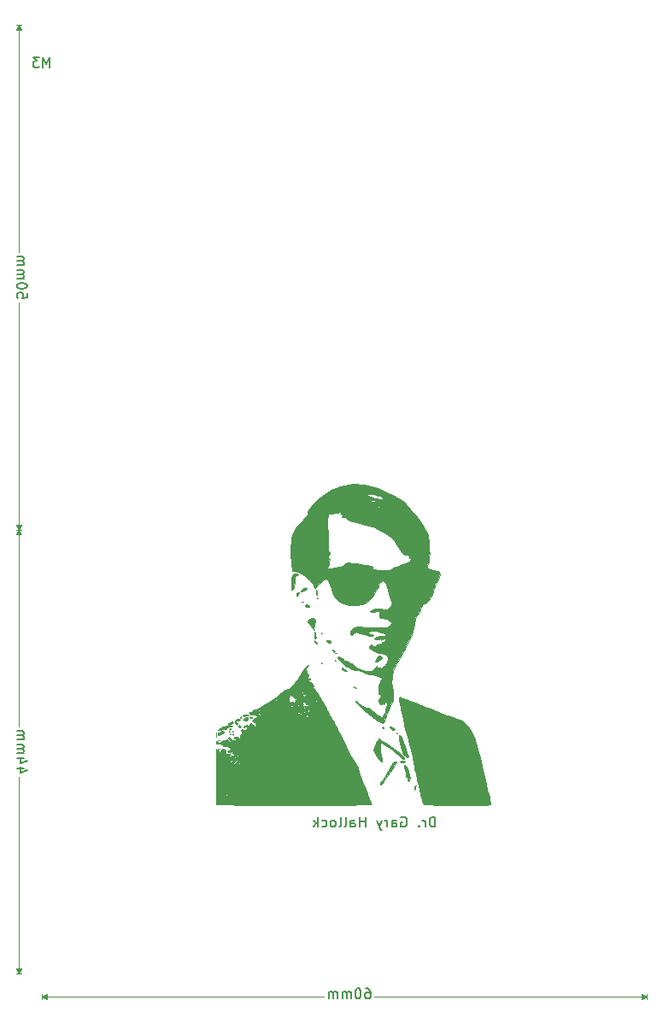
<source format=gbr>
G04 #@! TF.GenerationSoftware,KiCad,Pcbnew,5.1.5-52549c5~84~ubuntu18.04.1*
G04 #@! TF.CreationDate,2020-02-01T01:55:07-06:00*
G04 #@! TF.ProjectId,ContactorDriver,436f6e74-6163-4746-9f72-447269766572,rev?*
G04 #@! TF.SameCoordinates,Original*
G04 #@! TF.FileFunction,Legend,Bot*
G04 #@! TF.FilePolarity,Positive*
%FSLAX46Y46*%
G04 Gerber Fmt 4.6, Leading zero omitted, Abs format (unit mm)*
G04 Created by KiCad (PCBNEW 5.1.5-52549c5~84~ubuntu18.04.1) date 2020-02-01 01:55:07*
%MOMM*%
%LPD*%
G04 APERTURE LIST*
%ADD10C,0.150000*%
%ADD11C,0.100000*%
%ADD12C,0.120000*%
%ADD13C,0.010000*%
G04 APERTURE END LIST*
D10*
X167809523Y-75202380D02*
X167809523Y-74202380D01*
X167476190Y-74916666D01*
X167142857Y-74202380D01*
X167142857Y-75202380D01*
X166761904Y-74202380D02*
X166142857Y-74202380D01*
X166476190Y-74583333D01*
X166333333Y-74583333D01*
X166238095Y-74630952D01*
X166190476Y-74678571D01*
X166142857Y-74773809D01*
X166142857Y-75011904D01*
X166190476Y-75107142D01*
X166238095Y-75154761D01*
X166333333Y-75202380D01*
X166619047Y-75202380D01*
X166714285Y-75154761D01*
X166761904Y-75107142D01*
D11*
G36*
X165000000Y-71500000D02*
G01*
X164500000Y-71500000D01*
X164750000Y-71000000D01*
X165000000Y-71500000D01*
G37*
X165000000Y-71500000D02*
X164500000Y-71500000D01*
X164750000Y-71000000D01*
X165000000Y-71500000D01*
D12*
X164500000Y-71000000D02*
X165000000Y-71000000D01*
X164750000Y-93500000D02*
X164750000Y-71500000D01*
X164750000Y-120500000D02*
X164750000Y-98500000D01*
D10*
X165547619Y-97571428D02*
X165547619Y-98047619D01*
X165071428Y-98095238D01*
X165119047Y-98047619D01*
X165166666Y-97952380D01*
X165166666Y-97714285D01*
X165119047Y-97619047D01*
X165071428Y-97571428D01*
X164976190Y-97523809D01*
X164738095Y-97523809D01*
X164642857Y-97571428D01*
X164595238Y-97619047D01*
X164547619Y-97714285D01*
X164547619Y-97952380D01*
X164595238Y-98047619D01*
X164642857Y-98095238D01*
X165547619Y-96904761D02*
X165547619Y-96809523D01*
X165500000Y-96714285D01*
X165452380Y-96666666D01*
X165357142Y-96619047D01*
X165166666Y-96571428D01*
X164928571Y-96571428D01*
X164738095Y-96619047D01*
X164642857Y-96666666D01*
X164595238Y-96714285D01*
X164547619Y-96809523D01*
X164547619Y-96904761D01*
X164595238Y-97000000D01*
X164642857Y-97047619D01*
X164738095Y-97095238D01*
X164928571Y-97142857D01*
X165166666Y-97142857D01*
X165357142Y-97095238D01*
X165452380Y-97047619D01*
X165500000Y-97000000D01*
X165547619Y-96904761D01*
X164547619Y-96142857D02*
X165214285Y-96142857D01*
X165119047Y-96142857D02*
X165166666Y-96095238D01*
X165214285Y-96000000D01*
X165214285Y-95857142D01*
X165166666Y-95761904D01*
X165071428Y-95714285D01*
X164547619Y-95714285D01*
X165071428Y-95714285D02*
X165166666Y-95666666D01*
X165214285Y-95571428D01*
X165214285Y-95428571D01*
X165166666Y-95333333D01*
X165071428Y-95285714D01*
X164547619Y-95285714D01*
X164547619Y-94809523D02*
X165214285Y-94809523D01*
X165119047Y-94809523D02*
X165166666Y-94761904D01*
X165214285Y-94666666D01*
X165214285Y-94523809D01*
X165166666Y-94428571D01*
X165071428Y-94380952D01*
X164547619Y-94380952D01*
X165071428Y-94380952D02*
X165166666Y-94333333D01*
X165214285Y-94238095D01*
X165214285Y-94095238D01*
X165166666Y-94000000D01*
X165071428Y-93952380D01*
X164547619Y-93952380D01*
D12*
X164750000Y-140500000D02*
X164750000Y-121500000D01*
X164750000Y-164500000D02*
X164750000Y-145500000D01*
D10*
X165214285Y-144619047D02*
X164547619Y-144619047D01*
X165595238Y-144857142D02*
X164880952Y-145095238D01*
X164880952Y-144476190D01*
X165214285Y-143666666D02*
X164547619Y-143666666D01*
X165595238Y-143904761D02*
X164880952Y-144142857D01*
X164880952Y-143523809D01*
X164547619Y-143142857D02*
X165214285Y-143142857D01*
X165119047Y-143142857D02*
X165166666Y-143095238D01*
X165214285Y-143000000D01*
X165214285Y-142857142D01*
X165166666Y-142761904D01*
X165071428Y-142714285D01*
X164547619Y-142714285D01*
X165071428Y-142714285D02*
X165166666Y-142666666D01*
X165214285Y-142571428D01*
X165214285Y-142428571D01*
X165166666Y-142333333D01*
X165071428Y-142285714D01*
X164547619Y-142285714D01*
X164547619Y-141809523D02*
X165214285Y-141809523D01*
X165119047Y-141809523D02*
X165166666Y-141761904D01*
X165214285Y-141666666D01*
X165214285Y-141523809D01*
X165166666Y-141428571D01*
X165071428Y-141380952D01*
X164547619Y-141380952D01*
X165071428Y-141380952D02*
X165166666Y-141333333D01*
X165214285Y-141238095D01*
X165214285Y-141095238D01*
X165166666Y-141000000D01*
X165071428Y-140952380D01*
X164547619Y-140952380D01*
D12*
X165000000Y-121000000D02*
X164500000Y-121000000D01*
D11*
G36*
X164750000Y-121000000D02*
G01*
X164500000Y-120500000D01*
X165000000Y-120500000D01*
X164750000Y-121000000D01*
G37*
X164750000Y-121000000D02*
X164500000Y-120500000D01*
X165000000Y-120500000D01*
X164750000Y-121000000D01*
G36*
X165000000Y-121500000D02*
G01*
X164500000Y-121500000D01*
X164750000Y-121000000D01*
X165000000Y-121500000D01*
G37*
X165000000Y-121500000D02*
X164500000Y-121500000D01*
X164750000Y-121000000D01*
X165000000Y-121500000D01*
G36*
X164750000Y-165000000D02*
G01*
X164500000Y-164500000D01*
X165000000Y-164500000D01*
X164750000Y-165000000D01*
G37*
X164750000Y-165000000D02*
X164500000Y-164500000D01*
X165000000Y-164500000D01*
X164750000Y-165000000D01*
D12*
X165000000Y-165000000D02*
X164500000Y-165000000D01*
D10*
X206000000Y-150452380D02*
X206000000Y-149452380D01*
X205761904Y-149452380D01*
X205619047Y-149500000D01*
X205523809Y-149595238D01*
X205476190Y-149690476D01*
X205428571Y-149880952D01*
X205428571Y-150023809D01*
X205476190Y-150214285D01*
X205523809Y-150309523D01*
X205619047Y-150404761D01*
X205761904Y-150452380D01*
X206000000Y-150452380D01*
X205000000Y-150452380D02*
X205000000Y-149785714D01*
X205000000Y-149976190D02*
X204952380Y-149880952D01*
X204904761Y-149833333D01*
X204809523Y-149785714D01*
X204714285Y-149785714D01*
X204380952Y-150357142D02*
X204333333Y-150404761D01*
X204380952Y-150452380D01*
X204428571Y-150404761D01*
X204380952Y-150357142D01*
X204380952Y-150452380D01*
X202619047Y-149500000D02*
X202714285Y-149452380D01*
X202857142Y-149452380D01*
X203000000Y-149500000D01*
X203095238Y-149595238D01*
X203142857Y-149690476D01*
X203190476Y-149880952D01*
X203190476Y-150023809D01*
X203142857Y-150214285D01*
X203095238Y-150309523D01*
X203000000Y-150404761D01*
X202857142Y-150452380D01*
X202761904Y-150452380D01*
X202619047Y-150404761D01*
X202571428Y-150357142D01*
X202571428Y-150023809D01*
X202761904Y-150023809D01*
X201714285Y-150452380D02*
X201714285Y-149928571D01*
X201761904Y-149833333D01*
X201857142Y-149785714D01*
X202047619Y-149785714D01*
X202142857Y-149833333D01*
X201714285Y-150404761D02*
X201809523Y-150452380D01*
X202047619Y-150452380D01*
X202142857Y-150404761D01*
X202190476Y-150309523D01*
X202190476Y-150214285D01*
X202142857Y-150119047D01*
X202047619Y-150071428D01*
X201809523Y-150071428D01*
X201714285Y-150023809D01*
X201238095Y-150452380D02*
X201238095Y-149785714D01*
X201238095Y-149976190D02*
X201190476Y-149880952D01*
X201142857Y-149833333D01*
X201047619Y-149785714D01*
X200952380Y-149785714D01*
X200714285Y-149785714D02*
X200476190Y-150452380D01*
X200238095Y-149785714D02*
X200476190Y-150452380D01*
X200571428Y-150690476D01*
X200619047Y-150738095D01*
X200714285Y-150785714D01*
X199095238Y-150452380D02*
X199095238Y-149452380D01*
X199095238Y-149928571D02*
X198523809Y-149928571D01*
X198523809Y-150452380D02*
X198523809Y-149452380D01*
X197619047Y-150452380D02*
X197619047Y-149928571D01*
X197666666Y-149833333D01*
X197761904Y-149785714D01*
X197952380Y-149785714D01*
X198047619Y-149833333D01*
X197619047Y-150404761D02*
X197714285Y-150452380D01*
X197952380Y-150452380D01*
X198047619Y-150404761D01*
X198095238Y-150309523D01*
X198095238Y-150214285D01*
X198047619Y-150119047D01*
X197952380Y-150071428D01*
X197714285Y-150071428D01*
X197619047Y-150023809D01*
X197000000Y-150452380D02*
X197095238Y-150404761D01*
X197142857Y-150309523D01*
X197142857Y-149452380D01*
X196476190Y-150452380D02*
X196571428Y-150404761D01*
X196619047Y-150309523D01*
X196619047Y-149452380D01*
X195952380Y-150452380D02*
X196047619Y-150404761D01*
X196095238Y-150357142D01*
X196142857Y-150261904D01*
X196142857Y-149976190D01*
X196095238Y-149880952D01*
X196047619Y-149833333D01*
X195952380Y-149785714D01*
X195809523Y-149785714D01*
X195714285Y-149833333D01*
X195666666Y-149880952D01*
X195619047Y-149976190D01*
X195619047Y-150261904D01*
X195666666Y-150357142D01*
X195714285Y-150404761D01*
X195809523Y-150452380D01*
X195952380Y-150452380D01*
X194761904Y-150404761D02*
X194857142Y-150452380D01*
X195047619Y-150452380D01*
X195142857Y-150404761D01*
X195190476Y-150357142D01*
X195238095Y-150261904D01*
X195238095Y-149976190D01*
X195190476Y-149880952D01*
X195142857Y-149833333D01*
X195047619Y-149785714D01*
X194857142Y-149785714D01*
X194761904Y-149833333D01*
X194333333Y-150452380D02*
X194333333Y-149452380D01*
X194238095Y-150071428D02*
X193952380Y-150452380D01*
X193952380Y-149785714D02*
X194333333Y-150166666D01*
D11*
G36*
X167500000Y-167500000D02*
G01*
X167000000Y-167250000D01*
X167500000Y-167000000D01*
X167500000Y-167500000D01*
G37*
X167500000Y-167500000D02*
X167000000Y-167250000D01*
X167500000Y-167000000D01*
X167500000Y-167500000D01*
D12*
X167000000Y-167000000D02*
X167000000Y-167500000D01*
D10*
X199119047Y-166452380D02*
X199309523Y-166452380D01*
X199404761Y-166500000D01*
X199452380Y-166547619D01*
X199547619Y-166690476D01*
X199595238Y-166880952D01*
X199595238Y-167261904D01*
X199547619Y-167357142D01*
X199500000Y-167404761D01*
X199404761Y-167452380D01*
X199214285Y-167452380D01*
X199119047Y-167404761D01*
X199071428Y-167357142D01*
X199023809Y-167261904D01*
X199023809Y-167023809D01*
X199071428Y-166928571D01*
X199119047Y-166880952D01*
X199214285Y-166833333D01*
X199404761Y-166833333D01*
X199500000Y-166880952D01*
X199547619Y-166928571D01*
X199595238Y-167023809D01*
X198404761Y-166452380D02*
X198309523Y-166452380D01*
X198214285Y-166500000D01*
X198166666Y-166547619D01*
X198119047Y-166642857D01*
X198071428Y-166833333D01*
X198071428Y-167071428D01*
X198119047Y-167261904D01*
X198166666Y-167357142D01*
X198214285Y-167404761D01*
X198309523Y-167452380D01*
X198404761Y-167452380D01*
X198500000Y-167404761D01*
X198547619Y-167357142D01*
X198595238Y-167261904D01*
X198642857Y-167071428D01*
X198642857Y-166833333D01*
X198595238Y-166642857D01*
X198547619Y-166547619D01*
X198500000Y-166500000D01*
X198404761Y-166452380D01*
X197642857Y-167452380D02*
X197642857Y-166785714D01*
X197642857Y-166880952D02*
X197595238Y-166833333D01*
X197500000Y-166785714D01*
X197357142Y-166785714D01*
X197261904Y-166833333D01*
X197214285Y-166928571D01*
X197214285Y-167452380D01*
X197214285Y-166928571D02*
X197166666Y-166833333D01*
X197071428Y-166785714D01*
X196928571Y-166785714D01*
X196833333Y-166833333D01*
X196785714Y-166928571D01*
X196785714Y-167452380D01*
X196309523Y-167452380D02*
X196309523Y-166785714D01*
X196309523Y-166880952D02*
X196261904Y-166833333D01*
X196166666Y-166785714D01*
X196023809Y-166785714D01*
X195928571Y-166833333D01*
X195880952Y-166928571D01*
X195880952Y-167452380D01*
X195880952Y-166928571D02*
X195833333Y-166833333D01*
X195738095Y-166785714D01*
X195595238Y-166785714D01*
X195500000Y-166833333D01*
X195452380Y-166928571D01*
X195452380Y-167452380D01*
D12*
X167000000Y-167250000D02*
X195000000Y-167250000D01*
X226500000Y-167250000D02*
X200000000Y-167250000D01*
D11*
G36*
X227000000Y-167250000D02*
G01*
X226500000Y-167500000D01*
X226500000Y-167000000D01*
X227000000Y-167250000D01*
G37*
X227000000Y-167250000D02*
X226500000Y-167500000D01*
X226500000Y-167000000D01*
X227000000Y-167250000D01*
D12*
X227000000Y-167500000D02*
X227000000Y-167000000D01*
D13*
G36*
X191885624Y-125481559D02*
G01*
X191775592Y-125756611D01*
X191723716Y-126185435D01*
X191718667Y-126417512D01*
X191734394Y-126765866D01*
X191779634Y-126958929D01*
X191851479Y-126992885D01*
X191947018Y-126863916D01*
X191988749Y-126771834D01*
X192040575Y-126555563D01*
X192069037Y-126252822D01*
X192070680Y-126052167D01*
X192068604Y-125776423D01*
X192092047Y-125629914D01*
X192153648Y-125573033D01*
X192226027Y-125565334D01*
X192367797Y-125524514D01*
X192384949Y-125439282D01*
X192290167Y-125374502D01*
X192056315Y-125355711D01*
X191885624Y-125481559D01*
G37*
X191885624Y-125481559D02*
X191775592Y-125756611D01*
X191723716Y-126185435D01*
X191718667Y-126417512D01*
X191734394Y-126765866D01*
X191779634Y-126958929D01*
X191851479Y-126992885D01*
X191947018Y-126863916D01*
X191988749Y-126771834D01*
X192040575Y-126555563D01*
X192069037Y-126252822D01*
X192070680Y-126052167D01*
X192068604Y-125776423D01*
X192092047Y-125629914D01*
X192153648Y-125573033D01*
X192226027Y-125565334D01*
X192367797Y-125524514D01*
X192384949Y-125439282D01*
X192290167Y-125374502D01*
X192056315Y-125355711D01*
X191885624Y-125481559D01*
G36*
X193009191Y-126800656D02*
G01*
X192845260Y-126916380D01*
X192704213Y-127046473D01*
X192650000Y-127134965D01*
X192652652Y-127161681D01*
X192690088Y-127157841D01*
X192806532Y-127110196D01*
X192967500Y-127039851D01*
X193156908Y-126929882D01*
X193241072Y-126826746D01*
X193202915Y-126760529D01*
X193131632Y-126750667D01*
X193009191Y-126800656D01*
G37*
X193009191Y-126800656D02*
X192845260Y-126916380D01*
X192704213Y-127046473D01*
X192650000Y-127134965D01*
X192652652Y-127161681D01*
X192690088Y-127157841D01*
X192806532Y-127110196D01*
X192967500Y-127039851D01*
X193156908Y-126929882D01*
X193241072Y-126826746D01*
X193202915Y-126760529D01*
X193131632Y-126750667D01*
X193009191Y-126800656D01*
G36*
X194209596Y-127060024D02*
G01*
X194197023Y-127110500D01*
X194185076Y-127326534D01*
X194197023Y-127406834D01*
X194231350Y-127510640D01*
X194274484Y-127457309D01*
X194296956Y-127406834D01*
X194320477Y-127204325D01*
X194296956Y-127110500D01*
X194242272Y-127006694D01*
X194209596Y-127060024D01*
G37*
X194209596Y-127060024D02*
X194197023Y-127110500D01*
X194185076Y-127326534D01*
X194197023Y-127406834D01*
X194231350Y-127510640D01*
X194274484Y-127457309D01*
X194296956Y-127406834D01*
X194320477Y-127204325D01*
X194296956Y-127110500D01*
X194242272Y-127006694D01*
X194209596Y-127060024D01*
G36*
X192365785Y-127223399D02*
G01*
X192248365Y-127343044D01*
X192226667Y-127437059D01*
X192238670Y-127568897D01*
X192294579Y-127571498D01*
X192424246Y-127443516D01*
X192438804Y-127427481D01*
X192543482Y-127271114D01*
X192515046Y-127197652D01*
X192365785Y-127223399D01*
G37*
X192365785Y-127223399D02*
X192248365Y-127343044D01*
X192226667Y-127437059D01*
X192238670Y-127568897D01*
X192294579Y-127571498D01*
X192424246Y-127443516D01*
X192438804Y-127427481D01*
X192543482Y-127271114D01*
X192515046Y-127197652D01*
X192365785Y-127223399D01*
G36*
X194258667Y-127809000D02*
G01*
X194301000Y-127851334D01*
X194343334Y-127809000D01*
X194301000Y-127766667D01*
X194258667Y-127809000D01*
G37*
X194258667Y-127809000D02*
X194301000Y-127851334D01*
X194343334Y-127809000D01*
X194301000Y-127766667D01*
X194258667Y-127809000D01*
G36*
X192762889Y-128133556D02*
G01*
X192774512Y-128183890D01*
X192819334Y-128190000D01*
X192889024Y-128159022D01*
X192875778Y-128133556D01*
X192775299Y-128123423D01*
X192762889Y-128133556D01*
G37*
X192762889Y-128133556D02*
X192774512Y-128183890D01*
X192819334Y-128190000D01*
X192889024Y-128159022D01*
X192875778Y-128133556D01*
X192775299Y-128123423D01*
X192762889Y-128133556D01*
G36*
X193112954Y-128448070D02*
G01*
X193093087Y-128567972D01*
X193111108Y-128605956D01*
X193218342Y-128676436D01*
X193368620Y-128695855D01*
X193480506Y-128660466D01*
X193496667Y-128623700D01*
X193438671Y-128513891D01*
X193366079Y-128441022D01*
X193224267Y-128392611D01*
X193112954Y-128448070D01*
G37*
X193112954Y-128448070D02*
X193093087Y-128567972D01*
X193111108Y-128605956D01*
X193218342Y-128676436D01*
X193368620Y-128695855D01*
X193480506Y-128660466D01*
X193496667Y-128623700D01*
X193438671Y-128513891D01*
X193366079Y-128441022D01*
X193224267Y-128392611D01*
X193112954Y-128448070D01*
G36*
X193656512Y-129798530D02*
G01*
X193632079Y-129807153D01*
X193436082Y-129899518D01*
X193332296Y-129990331D01*
X193327334Y-130008503D01*
X193379981Y-130158142D01*
X193505289Y-130355009D01*
X193654314Y-130528496D01*
X193729794Y-130589064D01*
X193856280Y-130720128D01*
X193927792Y-130843064D01*
X193987563Y-130971516D01*
X193992625Y-130942999D01*
X193972649Y-130835834D01*
X193964622Y-130688582D01*
X193991427Y-130645334D01*
X194037185Y-130573701D01*
X194070560Y-130352084D01*
X194091220Y-130018878D01*
X194053260Y-129821552D01*
X193911399Y-129749505D01*
X193656512Y-129798530D01*
G37*
X193656512Y-129798530D02*
X193632079Y-129807153D01*
X193436082Y-129899518D01*
X193332296Y-129990331D01*
X193327334Y-130008503D01*
X193379981Y-130158142D01*
X193505289Y-130355009D01*
X193654314Y-130528496D01*
X193729794Y-130589064D01*
X193856280Y-130720128D01*
X193927792Y-130843064D01*
X193987563Y-130971516D01*
X193992625Y-130942999D01*
X193972649Y-130835834D01*
X193964622Y-130688582D01*
X193991427Y-130645334D01*
X194037185Y-130573701D01*
X194070560Y-130352084D01*
X194091220Y-130018878D01*
X194053260Y-129821552D01*
X193911399Y-129749505D01*
X193656512Y-129798530D01*
G36*
X194682000Y-131280334D02*
G01*
X194724334Y-131322667D01*
X194766667Y-131280334D01*
X194724334Y-131238000D01*
X194682000Y-131280334D01*
G37*
X194682000Y-131280334D02*
X194724334Y-131322667D01*
X194766667Y-131280334D01*
X194724334Y-131238000D01*
X194682000Y-131280334D01*
G36*
X194029539Y-131148640D02*
G01*
X194018511Y-131297979D01*
X194014684Y-131428500D01*
X194024809Y-131662808D01*
X194061810Y-131807773D01*
X194089334Y-131830667D01*
X194156213Y-131761448D01*
X194163983Y-131682500D01*
X194136073Y-131493357D01*
X194089334Y-131280334D01*
X194050759Y-131147498D01*
X194029539Y-131148640D01*
G37*
X194029539Y-131148640D02*
X194018511Y-131297979D01*
X194014684Y-131428500D01*
X194024809Y-131662808D01*
X194061810Y-131807773D01*
X194089334Y-131830667D01*
X194156213Y-131761448D01*
X194163983Y-131682500D01*
X194136073Y-131493357D01*
X194089334Y-131280334D01*
X194050759Y-131147498D01*
X194029539Y-131148640D01*
G36*
X195233392Y-131944641D02*
G01*
X195251226Y-132038823D01*
X195274712Y-132084750D01*
X195408039Y-132223683D01*
X195560745Y-132246219D01*
X195652051Y-132175184D01*
X195636170Y-132071553D01*
X195492025Y-131980036D01*
X195335233Y-131939033D01*
X195233392Y-131944641D01*
G37*
X195233392Y-131944641D02*
X195251226Y-132038823D01*
X195274712Y-132084750D01*
X195408039Y-132223683D01*
X195560745Y-132246219D01*
X195652051Y-132175184D01*
X195636170Y-132071553D01*
X195492025Y-131980036D01*
X195335233Y-131939033D01*
X195233392Y-131944641D01*
G36*
X194010821Y-132003542D02*
G01*
X194072415Y-132134981D01*
X194128974Y-132216651D01*
X194224839Y-132309242D01*
X194255974Y-132269119D01*
X194202970Y-132121730D01*
X194131667Y-132030238D01*
X194030723Y-131958147D01*
X194010821Y-132003542D01*
G37*
X194010821Y-132003542D02*
X194072415Y-132134981D01*
X194128974Y-132216651D01*
X194224839Y-132309242D01*
X194255974Y-132269119D01*
X194202970Y-132121730D01*
X194131667Y-132030238D01*
X194030723Y-131958147D01*
X194010821Y-132003542D01*
G36*
X195822147Y-132934845D02*
G01*
X195832121Y-132961691D01*
X195908267Y-133065730D01*
X195998441Y-133109819D01*
X196036667Y-133068700D01*
X195980499Y-132995734D01*
X195907729Y-132929725D01*
X195815938Y-132867951D01*
X195822147Y-132934845D01*
G37*
X195822147Y-132934845D02*
X195832121Y-132961691D01*
X195908267Y-133065730D01*
X195998441Y-133109819D01*
X196036667Y-133068700D01*
X195980499Y-132995734D01*
X195907729Y-132929725D01*
X195815938Y-132867951D01*
X195822147Y-132934845D01*
G36*
X196064889Y-133213556D02*
G01*
X196076512Y-133263890D01*
X196121334Y-133270000D01*
X196191024Y-133239022D01*
X196177778Y-133213556D01*
X196077299Y-133203423D01*
X196064889Y-133213556D01*
G37*
X196064889Y-133213556D02*
X196076512Y-133263890D01*
X196121334Y-133270000D01*
X196191024Y-133239022D01*
X196177778Y-133213556D01*
X196077299Y-133203423D01*
X196064889Y-133213556D01*
G36*
X196036667Y-133989667D02*
G01*
X196079000Y-134032000D01*
X196121334Y-133989667D01*
X196079000Y-133947334D01*
X196036667Y-133989667D01*
G37*
X196036667Y-133989667D02*
X196079000Y-134032000D01*
X196121334Y-133989667D01*
X196079000Y-133947334D01*
X196036667Y-133989667D01*
G36*
X200428719Y-133481211D02*
G01*
X200305639Y-133577815D01*
X200179834Y-133743793D01*
X200087574Y-133919597D01*
X200065130Y-134045682D01*
X200074676Y-134062453D01*
X200165806Y-134110823D01*
X200289473Y-134069771D01*
X200485322Y-133924290D01*
X200523270Y-133892623D01*
X200686042Y-133740283D01*
X200728309Y-133640066D01*
X200671798Y-133550845D01*
X200516880Y-133474248D01*
X200428719Y-133481211D01*
G37*
X200428719Y-133481211D02*
X200305639Y-133577815D01*
X200179834Y-133743793D01*
X200087574Y-133919597D01*
X200065130Y-134045682D01*
X200074676Y-134062453D01*
X200165806Y-134110823D01*
X200289473Y-134069771D01*
X200485322Y-133924290D01*
X200523270Y-133892623D01*
X200686042Y-133740283D01*
X200728309Y-133640066D01*
X200671798Y-133550845D01*
X200516880Y-133474248D01*
X200428719Y-133481211D01*
G36*
X194682000Y-134243667D02*
G01*
X194724334Y-134286000D01*
X194766667Y-134243667D01*
X194724334Y-134201334D01*
X194682000Y-134243667D01*
G37*
X194682000Y-134243667D02*
X194724334Y-134286000D01*
X194766667Y-134243667D01*
X194724334Y-134201334D01*
X194682000Y-134243667D01*
G36*
X196714018Y-134695221D02*
G01*
X196714000Y-134696617D01*
X196781395Y-134798644D01*
X196939112Y-134919863D01*
X197120457Y-135016077D01*
X197240188Y-135045307D01*
X197269678Y-135003738D01*
X197179667Y-134912104D01*
X196937567Y-134743628D01*
X196774751Y-134667817D01*
X196714018Y-134695221D01*
G37*
X196714018Y-134695221D02*
X196714000Y-134696617D01*
X196781395Y-134798644D01*
X196939112Y-134919863D01*
X197120457Y-135016077D01*
X197240188Y-135045307D01*
X197269678Y-135003738D01*
X197179667Y-134912104D01*
X196937567Y-134743628D01*
X196774751Y-134667817D01*
X196714018Y-134695221D01*
G36*
X193441104Y-135777203D02*
G01*
X193454334Y-135810000D01*
X193530416Y-135890771D01*
X193543997Y-135894667D01*
X193580363Y-135829161D01*
X193581334Y-135810000D01*
X193516246Y-135728587D01*
X193491670Y-135725334D01*
X193441104Y-135777203D01*
G37*
X193441104Y-135777203D02*
X193454334Y-135810000D01*
X193530416Y-135890771D01*
X193543997Y-135894667D01*
X193580363Y-135829161D01*
X193581334Y-135810000D01*
X193516246Y-135728587D01*
X193491670Y-135725334D01*
X193441104Y-135777203D01*
G36*
X197899334Y-136614334D02*
G01*
X197941667Y-136656667D01*
X197984000Y-136614334D01*
X197941667Y-136572000D01*
X197899334Y-136614334D01*
G37*
X197899334Y-136614334D02*
X197941667Y-136656667D01*
X197984000Y-136614334D01*
X197941667Y-136572000D01*
X197899334Y-136614334D01*
G36*
X198068667Y-136699000D02*
G01*
X198111000Y-136741334D01*
X198153334Y-136699000D01*
X198111000Y-136656667D01*
X198068667Y-136699000D01*
G37*
X198068667Y-136699000D02*
X198111000Y-136741334D01*
X198153334Y-136699000D01*
X198111000Y-136656667D01*
X198068667Y-136699000D01*
G36*
X187108533Y-139316318D02*
G01*
X186950619Y-139372376D01*
X186892667Y-139452280D01*
X186963594Y-139519765D01*
X187062000Y-139535334D01*
X187199518Y-139496133D01*
X187231334Y-139441608D01*
X187294041Y-139387450D01*
X187379500Y-139404291D01*
X187474937Y-139427775D01*
X187430967Y-139363250D01*
X187428033Y-139360282D01*
X187292601Y-139308003D01*
X187108533Y-139316318D01*
G37*
X187108533Y-139316318D02*
X186950619Y-139372376D01*
X186892667Y-139452280D01*
X186963594Y-139519765D01*
X187062000Y-139535334D01*
X187199518Y-139496133D01*
X187231334Y-139441608D01*
X187294041Y-139387450D01*
X187379500Y-139404291D01*
X187474937Y-139427775D01*
X187430967Y-139363250D01*
X187428033Y-139360282D01*
X187292601Y-139308003D01*
X187108533Y-139316318D01*
G36*
X186642113Y-139596794D02*
G01*
X186638667Y-139620000D01*
X186667554Y-139702466D01*
X186676004Y-139704667D01*
X186748290Y-139645338D01*
X186765667Y-139620000D01*
X186758954Y-139541981D01*
X186728331Y-139535334D01*
X186642113Y-139596794D01*
G37*
X186642113Y-139596794D02*
X186638667Y-139620000D01*
X186667554Y-139702466D01*
X186676004Y-139704667D01*
X186748290Y-139645338D01*
X186765667Y-139620000D01*
X186758954Y-139541981D01*
X186728331Y-139535334D01*
X186642113Y-139596794D01*
G36*
X187604369Y-139576379D02*
G01*
X187612334Y-139620000D01*
X187720577Y-139701437D01*
X187744331Y-139704667D01*
X187821720Y-139640088D01*
X187824000Y-139620000D01*
X187755085Y-139545696D01*
X187692004Y-139535334D01*
X187604369Y-139576379D01*
G37*
X187604369Y-139576379D02*
X187612334Y-139620000D01*
X187720577Y-139701437D01*
X187744331Y-139704667D01*
X187821720Y-139640088D01*
X187824000Y-139620000D01*
X187755085Y-139545696D01*
X187692004Y-139535334D01*
X187604369Y-139576379D01*
G36*
X187146667Y-139645917D02*
G01*
X186971648Y-139727626D01*
X186893000Y-139795264D01*
X186892667Y-139798286D01*
X186966105Y-139848701D01*
X187143097Y-139891531D01*
X187146667Y-139892060D01*
X187326092Y-139900031D01*
X187393317Y-139829837D01*
X187400667Y-139739691D01*
X187385786Y-139615099D01*
X187308589Y-139593190D01*
X187146667Y-139645917D01*
G37*
X187146667Y-139645917D02*
X186971648Y-139727626D01*
X186893000Y-139795264D01*
X186892667Y-139798286D01*
X186966105Y-139848701D01*
X187143097Y-139891531D01*
X187146667Y-139892060D01*
X187326092Y-139900031D01*
X187393317Y-139829837D01*
X187400667Y-139739691D01*
X187385786Y-139615099D01*
X187308589Y-139593190D01*
X187146667Y-139645917D01*
G36*
X197885387Y-116497891D02*
G01*
X197440694Y-116545539D01*
X196981214Y-116624268D01*
X196556107Y-116728299D01*
X196437111Y-116765407D01*
X195689415Y-117087188D01*
X194963083Y-117536703D01*
X194318000Y-118076791D01*
X194308114Y-118086510D01*
X193975121Y-118440288D01*
X193689822Y-118791780D01*
X193473968Y-119110212D01*
X193349308Y-119364809D01*
X193327334Y-119474278D01*
X193271557Y-119590398D01*
X193120617Y-119795003D01*
X192899098Y-120056851D01*
X192690779Y-120283202D01*
X192359606Y-120654447D01*
X192101450Y-121009745D01*
X191910278Y-121374954D01*
X191780059Y-121775933D01*
X191704761Y-122238539D01*
X191678351Y-122788630D01*
X191694797Y-123452064D01*
X191748067Y-124254700D01*
X191752204Y-124306618D01*
X191817655Y-125122236D01*
X192155083Y-125126893D01*
X192366989Y-125151294D01*
X192568453Y-125234749D01*
X192809576Y-125402315D01*
X192973423Y-125536186D01*
X193324660Y-125833570D01*
X193569939Y-126048843D01*
X193733874Y-126207710D01*
X193841079Y-126335878D01*
X193916167Y-126459054D01*
X193974154Y-126581334D01*
X194062962Y-126764991D01*
X194119155Y-126809519D01*
X194174204Y-126732528D01*
X194189030Y-126701577D01*
X194319988Y-126533792D01*
X194514023Y-126382334D01*
X194699903Y-126232944D01*
X194809055Y-126073137D01*
X194809554Y-126071590D01*
X194926101Y-125940394D01*
X195118789Y-125906744D01*
X195321967Y-125975620D01*
X195386418Y-126027847D01*
X195475505Y-126178169D01*
X195568168Y-126427524D01*
X195614900Y-126599347D01*
X195817764Y-127253406D01*
X196090925Y-127758258D01*
X196444295Y-128122895D01*
X196887787Y-128356312D01*
X197431314Y-128467500D01*
X197687667Y-128479872D01*
X198251007Y-128467680D01*
X198682826Y-128411715D01*
X199017147Y-128303837D01*
X199287990Y-128135908D01*
X199351790Y-128081782D01*
X199537752Y-127886485D01*
X199752223Y-127618576D01*
X199968157Y-127317815D01*
X200158507Y-127023959D01*
X200296228Y-126776764D01*
X200354274Y-126615989D01*
X200354667Y-126607562D01*
X200409951Y-126416821D01*
X200541944Y-126224492D01*
X200699856Y-126094763D01*
X200777371Y-126073334D01*
X200903904Y-126097741D01*
X201007213Y-126189016D01*
X201102795Y-126374235D01*
X201206148Y-126680475D01*
X201286227Y-126962334D01*
X201388348Y-127310423D01*
X201491541Y-127620784D01*
X201576536Y-127836272D01*
X201590415Y-127864397D01*
X201702410Y-128211839D01*
X201668297Y-128513690D01*
X201509517Y-128748866D01*
X201247515Y-128896280D01*
X200903731Y-128934845D01*
X200569469Y-128868368D01*
X200311318Y-128811579D01*
X200053105Y-128833887D01*
X199883742Y-128878025D01*
X199667845Y-128960247D01*
X199547061Y-129042821D01*
X199536922Y-129076558D01*
X199581083Y-129129363D01*
X199689067Y-129150576D01*
X199897010Y-129142210D01*
X200185334Y-129112665D01*
X200481667Y-129079000D01*
X200473794Y-129446492D01*
X200475535Y-129674021D01*
X200513852Y-129774438D01*
X200618771Y-129789835D01*
X200710355Y-129778109D01*
X200899168Y-129773914D01*
X200998392Y-129812783D01*
X201110144Y-129872980D01*
X201197272Y-129883334D01*
X201352843Y-129944027D01*
X201401285Y-130010333D01*
X201514436Y-130122964D01*
X201579677Y-130137334D01*
X201695009Y-130185159D01*
X201692640Y-130302428D01*
X201584663Y-130449826D01*
X201452803Y-130549828D01*
X201339576Y-130608458D01*
X201205604Y-130648866D01*
X201021755Y-130673193D01*
X200758900Y-130683581D01*
X200387907Y-130682171D01*
X199879646Y-130671103D01*
X199822970Y-130669622D01*
X199346164Y-130658107D01*
X198919512Y-130649780D01*
X198575954Y-130645130D01*
X198348431Y-130644649D01*
X198280334Y-130646640D01*
X198050254Y-130663848D01*
X197952812Y-130670745D01*
X197806476Y-130753931D01*
X197675427Y-130940439D01*
X197592633Y-131165184D01*
X197591060Y-131363080D01*
X197595544Y-131376098D01*
X197657258Y-131474116D01*
X197723118Y-131418470D01*
X197848049Y-131296763D01*
X197993730Y-131205079D01*
X198169806Y-131148954D01*
X198348272Y-131192360D01*
X198449667Y-131244700D01*
X198639665Y-131324095D01*
X198910175Y-131405996D01*
X199212441Y-131479697D01*
X199497708Y-131534491D01*
X199717222Y-131559673D01*
X199821043Y-131545846D01*
X199831560Y-131449705D01*
X199745421Y-131364979D01*
X199632627Y-131354195D01*
X199497881Y-131344754D01*
X199395316Y-131251702D01*
X199370029Y-131134287D01*
X199417854Y-131072053D01*
X199606172Y-131017751D01*
X199880697Y-131001379D01*
X200162803Y-131022094D01*
X200373864Y-131079053D01*
X200380283Y-131082376D01*
X200600781Y-131163515D01*
X200752133Y-131193287D01*
X200976739Y-131260553D01*
X201086409Y-131372772D01*
X201076875Y-131487993D01*
X200943873Y-131564268D01*
X200790771Y-131573196D01*
X200437654Y-131563746D01*
X200214000Y-131587080D01*
X200136287Y-131640956D01*
X200143000Y-131661334D01*
X200122895Y-131733063D01*
X200058334Y-131746000D01*
X199966886Y-131785824D01*
X199973667Y-131830667D01*
X200087114Y-131889332D01*
X200288837Y-131914041D01*
X200296164Y-131914037D01*
X200464227Y-131901973D01*
X200480072Y-131861931D01*
X200439334Y-131830667D01*
X200372202Y-131768686D01*
X200456055Y-131748185D01*
X200500177Y-131747297D01*
X200635796Y-131777723D01*
X200637951Y-131891240D01*
X200636953Y-131894167D01*
X200613885Y-131984334D01*
X200663778Y-131940948D01*
X200712033Y-131880410D01*
X200861041Y-131774281D01*
X201003560Y-131786385D01*
X201080665Y-131901799D01*
X201079984Y-131973596D01*
X200998521Y-132092326D01*
X200875040Y-132100512D01*
X200723912Y-132125453D01*
X200693334Y-132206345D01*
X200621646Y-132315041D01*
X200509501Y-132338667D01*
X200302362Y-132394285D01*
X200168833Y-132480600D01*
X200025717Y-132570934D01*
X199915389Y-132525885D01*
X199912400Y-132522933D01*
X199737020Y-132423485D01*
X199571629Y-132437106D01*
X199467551Y-132541947D01*
X199473577Y-132709750D01*
X199582102Y-132824251D01*
X199800342Y-132962360D01*
X200075863Y-133098897D01*
X200356227Y-133208681D01*
X200588999Y-133266533D01*
X200640246Y-133270000D01*
X200992871Y-133323778D01*
X201232610Y-133469715D01*
X201343925Y-133684719D01*
X201311275Y-133945694D01*
X201212222Y-134120048D01*
X201092041Y-134299532D01*
X201032763Y-134421239D01*
X201031465Y-134430738D01*
X200964848Y-134513442D01*
X200802637Y-134627244D01*
X200777465Y-134641896D01*
X200605472Y-134717405D01*
X200525550Y-134705436D01*
X200524000Y-134695521D01*
X200457263Y-134639975D01*
X200361002Y-134647542D01*
X200242071Y-134649168D01*
X200241700Y-134551584D01*
X200220987Y-134524434D01*
X200119405Y-134610179D01*
X200039019Y-134698002D01*
X199847409Y-134885861D01*
X199653472Y-134968193D01*
X199417488Y-134985585D01*
X199131016Y-134977463D01*
X198881252Y-134954062D01*
X198830667Y-134945480D01*
X198588821Y-134869561D01*
X198327353Y-134747539D01*
X198094310Y-134607325D01*
X197937739Y-134476829D01*
X197899334Y-134404452D01*
X197828669Y-134308892D01*
X197727343Y-134286000D01*
X197564538Y-134230829D01*
X197506618Y-134159000D01*
X197381449Y-134062779D01*
X197133272Y-134032000D01*
X196908443Y-134008554D01*
X196762867Y-133950551D01*
X196748249Y-133934252D01*
X196738270Y-133876315D01*
X196785585Y-133896915D01*
X196872590Y-133900318D01*
X196883334Y-133865006D01*
X196814568Y-133761787D01*
X196735167Y-133718019D01*
X196576656Y-133625373D01*
X196527026Y-133573217D01*
X196435745Y-133532675D01*
X196369559Y-133580575D01*
X196349180Y-133664450D01*
X196424613Y-133803216D01*
X196609810Y-134018493D01*
X196737865Y-134151367D01*
X196974701Y-134376170D01*
X197180321Y-134543142D01*
X197316782Y-134622094D01*
X197332777Y-134624667D01*
X197464070Y-134671028D01*
X197490112Y-134708052D01*
X197582065Y-134766239D01*
X197792547Y-134833287D01*
X198026334Y-134884866D01*
X198329033Y-134946503D01*
X198583929Y-135008803D01*
X198703667Y-135046525D01*
X199183846Y-135225293D01*
X199576278Y-135341452D01*
X199851540Y-135386404D01*
X199867792Y-135386667D01*
X200084397Y-135419996D01*
X200328061Y-135503202D01*
X200543486Y-135611116D01*
X200675374Y-135718568D01*
X200692776Y-135762181D01*
X200649104Y-135889387D01*
X200543586Y-136077560D01*
X200532409Y-136094732D01*
X200441507Y-136302513D01*
X200382512Y-136572251D01*
X200357272Y-136856968D01*
X200367637Y-137109685D01*
X200415458Y-137283422D01*
X200483617Y-137334000D01*
X200584639Y-137361455D01*
X200594071Y-137463751D01*
X200511492Y-137670783D01*
X200477901Y-137739444D01*
X200397410Y-137945039D01*
X200412959Y-138095291D01*
X200455934Y-138175785D01*
X200583790Y-138327718D01*
X200688999Y-138320957D01*
X200741254Y-138256294D01*
X200817687Y-138217651D01*
X200871954Y-138277461D01*
X200926577Y-138318682D01*
X200946904Y-138202545D01*
X200947334Y-138180667D01*
X200961208Y-138044350D01*
X201008248Y-138060619D01*
X201033297Y-138096000D01*
X201113226Y-138180376D01*
X201191330Y-138114695D01*
X201204475Y-138096000D01*
X201252082Y-138068108D01*
X201256777Y-138167666D01*
X201225233Y-138360216D01*
X201164121Y-138611296D01*
X201080114Y-138886447D01*
X201018514Y-139056443D01*
X200906052Y-139306820D01*
X200787625Y-139512697D01*
X200685094Y-139643787D01*
X200620321Y-139669805D01*
X200618411Y-139662334D01*
X200439334Y-139662334D01*
X200397000Y-139704667D01*
X200354667Y-139662334D01*
X200397000Y-139620000D01*
X200439334Y-139662334D01*
X200618411Y-139662334D01*
X200608667Y-139624233D01*
X200539433Y-139527331D01*
X200376995Y-139427685D01*
X200158169Y-139306971D01*
X200010507Y-139196667D01*
X199725124Y-138942597D01*
X199495265Y-138766834D01*
X199348770Y-138690305D01*
X199334650Y-138688667D01*
X199174346Y-138643027D01*
X198930860Y-138525561D01*
X198656917Y-138365449D01*
X198405244Y-138191874D01*
X198333973Y-138134854D01*
X198143663Y-137985455D01*
X198059065Y-137942053D01*
X198068738Y-137988379D01*
X198161239Y-138108167D01*
X198325125Y-138285149D01*
X198548955Y-138503056D01*
X198671804Y-138615159D01*
X198978277Y-138889347D01*
X199276170Y-139156227D01*
X199516058Y-139371505D01*
X199581971Y-139430789D01*
X199818511Y-139621606D01*
X200049995Y-139774299D01*
X200121834Y-139811290D01*
X200286433Y-139901250D01*
X200354667Y-139971052D01*
X200425629Y-140033983D01*
X200598057Y-140111509D01*
X200614044Y-140117188D01*
X200789372Y-140164828D01*
X200889664Y-140123702D01*
X200976012Y-139961635D01*
X200995044Y-139916523D01*
X201075974Y-139693408D01*
X201115806Y-139525881D01*
X201116667Y-139510113D01*
X201152415Y-139389052D01*
X201248757Y-139155239D01*
X201389344Y-138846763D01*
X201498471Y-138620680D01*
X201670702Y-138265940D01*
X201778870Y-138012555D01*
X201834751Y-137810479D01*
X201850117Y-137609665D01*
X201836745Y-137360066D01*
X201825551Y-137230453D01*
X201788364Y-136905302D01*
X201742379Y-136633408D01*
X201697226Y-136471140D01*
X201695043Y-136466681D01*
X201664774Y-136295634D01*
X201669569Y-136011718D01*
X201702643Y-135666142D01*
X201757210Y-135310117D01*
X201826484Y-134994853D01*
X201903679Y-134771560D01*
X201924601Y-134734289D01*
X202047732Y-134534496D01*
X202199578Y-134272953D01*
X202253463Y-134176683D01*
X202673742Y-133409824D01*
X203016008Y-132767760D01*
X203289057Y-132229895D01*
X203501682Y-131775634D01*
X203662678Y-131384383D01*
X203780842Y-131035546D01*
X203864966Y-130708527D01*
X203923847Y-130382733D01*
X203946909Y-130211070D01*
X204019784Y-129851645D01*
X204144495Y-129611929D01*
X204205483Y-129546093D01*
X204346926Y-129348590D01*
X204468626Y-129071383D01*
X204503359Y-128951893D01*
X204582827Y-128696065D01*
X204609959Y-128655667D01*
X203572000Y-128655667D01*
X203529667Y-128698000D01*
X203487334Y-128655667D01*
X203529667Y-128613334D01*
X203572000Y-128655667D01*
X204609959Y-128655667D01*
X204702071Y-128518522D01*
X204909958Y-128355443D01*
X205007822Y-128293003D01*
X205215617Y-128152076D01*
X205363733Y-128007828D01*
X205484888Y-127814553D01*
X205611801Y-127526544D01*
X205678799Y-127355697D01*
X205798846Y-127031509D01*
X205890318Y-126759939D01*
X205938640Y-126585241D01*
X205942667Y-126554435D01*
X205989564Y-126422147D01*
X206109151Y-126214785D01*
X206196667Y-126086770D01*
X206399446Y-125714663D01*
X206450667Y-125440680D01*
X206449739Y-125431278D01*
X195098650Y-125431278D01*
X195083083Y-125541092D01*
X195054181Y-125542403D01*
X195035620Y-125438334D01*
X194089334Y-125438334D01*
X194047000Y-125480667D01*
X194004667Y-125438334D01*
X194047000Y-125396000D01*
X194089334Y-125438334D01*
X195035620Y-125438334D01*
X195033970Y-125429086D01*
X195047497Y-125380125D01*
X195085092Y-125348055D01*
X195098650Y-125431278D01*
X206449739Y-125431278D01*
X206430154Y-125232962D01*
X206341680Y-125131829D01*
X206217834Y-125092098D01*
X205767918Y-124986039D01*
X205461227Y-124903759D01*
X205274739Y-124836845D01*
X205185434Y-124776887D01*
X205170291Y-124715470D01*
X205171713Y-124709817D01*
X205213024Y-124565517D01*
X205283002Y-124322760D01*
X205334773Y-124143715D01*
X205387011Y-123928458D01*
X203567000Y-123928458D01*
X203540590Y-124057375D01*
X203464420Y-124161009D01*
X203131405Y-124381815D01*
X202740062Y-124464622D01*
X202730900Y-124464667D01*
X202550095Y-124483476D01*
X202471443Y-124528924D01*
X202471334Y-124530849D01*
X202397815Y-124591521D01*
X202211217Y-124670401D01*
X202090334Y-124709528D01*
X201865988Y-124789111D01*
X201729076Y-124863397D01*
X201709334Y-124891137D01*
X201663706Y-124957485D01*
X201513104Y-125003253D01*
X201236949Y-125031820D01*
X200814665Y-125046565D01*
X200756834Y-125047512D01*
X200395872Y-125041700D01*
X200171882Y-125012893D01*
X200100667Y-124966961D01*
X200034967Y-124914947D01*
X199935341Y-124929062D01*
X199812542Y-124939157D01*
X199799389Y-124829926D01*
X199802375Y-124813503D01*
X199795769Y-124708390D01*
X199702721Y-124634834D01*
X199487694Y-124569671D01*
X199396201Y-124548763D01*
X199017526Y-124475482D01*
X198572935Y-124404773D01*
X198119864Y-124344276D01*
X197715749Y-124301635D01*
X197418026Y-124284491D01*
X197409616Y-124284445D01*
X197121481Y-124350189D01*
X196986283Y-124459098D01*
X196820193Y-124581843D01*
X196530065Y-124689067D01*
X196099928Y-124785478D01*
X195621815Y-124861120D01*
X195396221Y-124884319D01*
X195306163Y-124865158D01*
X195321646Y-124796958D01*
X195323101Y-124794608D01*
X195398755Y-124621998D01*
X195460864Y-124392368D01*
X195502795Y-124152376D01*
X195517915Y-123948681D01*
X195499590Y-123827940D01*
X195461853Y-123818634D01*
X195415123Y-123798188D01*
X195422414Y-123679833D01*
X195472289Y-123521830D01*
X195545591Y-123392001D01*
X195558608Y-123275512D01*
X195496468Y-123222346D01*
X195453556Y-123172866D01*
X195420116Y-123064935D01*
X195394538Y-122878423D01*
X195375212Y-122593199D01*
X195360529Y-122189133D01*
X195348880Y-121646096D01*
X195343606Y-121310423D01*
X195337687Y-120772262D01*
X195335999Y-120295673D01*
X195338335Y-119905045D01*
X195344486Y-119624766D01*
X195354245Y-119479223D01*
X195359334Y-119464144D01*
X195461559Y-119453566D01*
X195673290Y-119432373D01*
X195805101Y-119419322D01*
X196100358Y-119376886D01*
X196361190Y-119317756D01*
X196430677Y-119295054D01*
X196614096Y-119250681D01*
X196709939Y-119271889D01*
X196685806Y-119343337D01*
X196626882Y-119387974D01*
X196563268Y-119447719D01*
X196652023Y-119467385D01*
X196687837Y-119468037D01*
X196858683Y-119503730D01*
X196925667Y-119554000D01*
X196905562Y-119625729D01*
X196841000Y-119638667D01*
X196751205Y-119680891D01*
X196759901Y-119729106D01*
X196875453Y-119784406D01*
X196936152Y-119773359D01*
X197078225Y-119793615D01*
X197225442Y-119896108D01*
X197432692Y-120044242D01*
X197755493Y-120181845D01*
X198211989Y-120315283D01*
X198788334Y-120444459D01*
X199388254Y-120578769D01*
X199832409Y-120707679D01*
X200134089Y-120835462D01*
X200255614Y-120916166D01*
X200400050Y-121011736D01*
X200646258Y-121151263D01*
X200943128Y-121305899D01*
X200968171Y-121318374D01*
X201306955Y-121505847D01*
X201569638Y-121708991D01*
X201818433Y-121980831D01*
X201961544Y-122165040D01*
X202178330Y-122463788D01*
X202368630Y-122744124D01*
X202497221Y-122953772D01*
X202512627Y-122983000D01*
X202680134Y-123280118D01*
X202836210Y-123448757D01*
X203021127Y-123521685D01*
X203189042Y-123533334D01*
X203394790Y-123545219D01*
X203471739Y-123597296D01*
X203462802Y-123702667D01*
X203458053Y-123837675D01*
X203495260Y-123872000D01*
X203567000Y-123928458D01*
X205387011Y-123928458D01*
X205388605Y-123921892D01*
X205418713Y-123686585D01*
X205426333Y-123397975D01*
X205412706Y-123016246D01*
X205383814Y-122567371D01*
X205349222Y-122107130D01*
X205315751Y-121775731D01*
X205273508Y-121533040D01*
X205212601Y-121338925D01*
X205123136Y-121153251D01*
X204995221Y-120935886D01*
X204972466Y-120898656D01*
X204318312Y-119935000D01*
X197560667Y-119935000D01*
X197518334Y-119977334D01*
X197476000Y-119935000D01*
X197518334Y-119892667D01*
X197560667Y-119935000D01*
X204318312Y-119935000D01*
X204243947Y-119825451D01*
X203900626Y-119408936D01*
X199409686Y-119408936D01*
X199389085Y-119456252D01*
X199303835Y-119547145D01*
X199254825Y-119528500D01*
X199254000Y-119516664D01*
X199314137Y-119445051D01*
X199351749Y-119418915D01*
X199409686Y-119408936D01*
X203900626Y-119408936D01*
X203720297Y-119190163D01*
X199455137Y-119190163D01*
X199338667Y-119201965D01*
X199218472Y-119188660D01*
X199232834Y-119159260D01*
X199406176Y-119148078D01*
X199444500Y-119159260D01*
X199455137Y-119190163D01*
X203720297Y-119190163D01*
X203554941Y-118989556D01*
X200411112Y-118989556D01*
X200399489Y-119039890D01*
X200354667Y-119046000D01*
X200284977Y-119015022D01*
X200298223Y-118989556D01*
X200398702Y-118979423D01*
X200411112Y-118989556D01*
X203554941Y-118989556D01*
X203498083Y-118920576D01*
X200049143Y-118920576D01*
X200027875Y-118942278D01*
X199853153Y-118952130D01*
X199825500Y-118952894D01*
X199621542Y-118938408D01*
X199513289Y-118891911D01*
X199508000Y-118876667D01*
X199560668Y-118808889D01*
X199731084Y-118820720D01*
X199931334Y-118876667D01*
X200049143Y-118920576D01*
X203498083Y-118920576D01*
X203446975Y-118858574D01*
X200706486Y-118858574D01*
X200596678Y-118849536D01*
X200402056Y-118796791D01*
X200270000Y-118749667D01*
X200106220Y-118674213D01*
X200102383Y-118636669D01*
X200143000Y-118632927D01*
X200339507Y-118665859D01*
X200566334Y-118746609D01*
X200705149Y-118824174D01*
X200706486Y-118858574D01*
X203446975Y-118858574D01*
X203433443Y-118842158D01*
X203162157Y-118554026D01*
X202889167Y-118283623D01*
X202756254Y-118168652D01*
X200141085Y-118168652D01*
X200100667Y-118199334D01*
X200007259Y-118255658D01*
X199922329Y-118272760D01*
X199792628Y-118246562D01*
X199564909Y-118172982D01*
X199508000Y-118153922D01*
X199304410Y-118082580D01*
X199255612Y-118054012D01*
X199354348Y-118061864D01*
X199412750Y-118070540D01*
X199704774Y-118103102D01*
X199963084Y-118115963D01*
X200128172Y-118128111D01*
X200141085Y-118168652D01*
X202756254Y-118168652D01*
X202646314Y-118073554D01*
X202390184Y-117894438D01*
X202355820Y-117874934D01*
X200846209Y-117874934D01*
X200823604Y-117916155D01*
X200735667Y-117953926D01*
X200515067Y-117990948D01*
X200397000Y-117977981D01*
X200205286Y-117929089D01*
X199946209Y-117864242D01*
X199889000Y-117850061D01*
X199655427Y-117778553D01*
X199492926Y-117704192D01*
X199469900Y-117686478D01*
X199411563Y-117659611D01*
X198503750Y-117659611D01*
X198391293Y-117674269D01*
X198365000Y-117674828D01*
X198220405Y-117665676D01*
X198207674Y-117639172D01*
X198215222Y-117635798D01*
X198383302Y-117619049D01*
X198469222Y-117632660D01*
X198503750Y-117659611D01*
X199411563Y-117659611D01*
X199329122Y-117621643D01*
X199173567Y-117597600D01*
X199088801Y-117581420D01*
X199166614Y-117545497D01*
X199320985Y-117507261D01*
X199628387Y-117469126D01*
X199916118Y-117519103D01*
X200055312Y-117567680D01*
X200297351Y-117639397D01*
X200482480Y-117657683D01*
X200530576Y-117644936D01*
X200595581Y-117628652D01*
X200578186Y-117672156D01*
X200601727Y-117763512D01*
X200713271Y-117824765D01*
X200846209Y-117874934D01*
X202355820Y-117874934D01*
X202077361Y-117716893D01*
X201664430Y-117511535D01*
X201520238Y-117442812D01*
X200872517Y-117151789D01*
X200845414Y-117141000D01*
X198238000Y-117141000D01*
X198195667Y-117183334D01*
X198153334Y-117141000D01*
X198195667Y-117098667D01*
X198238000Y-117141000D01*
X200845414Y-117141000D01*
X200270967Y-116912330D01*
X199741289Y-116733223D01*
X199309184Y-116623260D01*
X199028631Y-116590667D01*
X198760241Y-116566094D01*
X198533775Y-116518952D01*
X198266133Y-116487103D01*
X197885387Y-116497891D01*
G37*
X197885387Y-116497891D02*
X197440694Y-116545539D01*
X196981214Y-116624268D01*
X196556107Y-116728299D01*
X196437111Y-116765407D01*
X195689415Y-117087188D01*
X194963083Y-117536703D01*
X194318000Y-118076791D01*
X194308114Y-118086510D01*
X193975121Y-118440288D01*
X193689822Y-118791780D01*
X193473968Y-119110212D01*
X193349308Y-119364809D01*
X193327334Y-119474278D01*
X193271557Y-119590398D01*
X193120617Y-119795003D01*
X192899098Y-120056851D01*
X192690779Y-120283202D01*
X192359606Y-120654447D01*
X192101450Y-121009745D01*
X191910278Y-121374954D01*
X191780059Y-121775933D01*
X191704761Y-122238539D01*
X191678351Y-122788630D01*
X191694797Y-123452064D01*
X191748067Y-124254700D01*
X191752204Y-124306618D01*
X191817655Y-125122236D01*
X192155083Y-125126893D01*
X192366989Y-125151294D01*
X192568453Y-125234749D01*
X192809576Y-125402315D01*
X192973423Y-125536186D01*
X193324660Y-125833570D01*
X193569939Y-126048843D01*
X193733874Y-126207710D01*
X193841079Y-126335878D01*
X193916167Y-126459054D01*
X193974154Y-126581334D01*
X194062962Y-126764991D01*
X194119155Y-126809519D01*
X194174204Y-126732528D01*
X194189030Y-126701577D01*
X194319988Y-126533792D01*
X194514023Y-126382334D01*
X194699903Y-126232944D01*
X194809055Y-126073137D01*
X194809554Y-126071590D01*
X194926101Y-125940394D01*
X195118789Y-125906744D01*
X195321967Y-125975620D01*
X195386418Y-126027847D01*
X195475505Y-126178169D01*
X195568168Y-126427524D01*
X195614900Y-126599347D01*
X195817764Y-127253406D01*
X196090925Y-127758258D01*
X196444295Y-128122895D01*
X196887787Y-128356312D01*
X197431314Y-128467500D01*
X197687667Y-128479872D01*
X198251007Y-128467680D01*
X198682826Y-128411715D01*
X199017147Y-128303837D01*
X199287990Y-128135908D01*
X199351790Y-128081782D01*
X199537752Y-127886485D01*
X199752223Y-127618576D01*
X199968157Y-127317815D01*
X200158507Y-127023959D01*
X200296228Y-126776764D01*
X200354274Y-126615989D01*
X200354667Y-126607562D01*
X200409951Y-126416821D01*
X200541944Y-126224492D01*
X200699856Y-126094763D01*
X200777371Y-126073334D01*
X200903904Y-126097741D01*
X201007213Y-126189016D01*
X201102795Y-126374235D01*
X201206148Y-126680475D01*
X201286227Y-126962334D01*
X201388348Y-127310423D01*
X201491541Y-127620784D01*
X201576536Y-127836272D01*
X201590415Y-127864397D01*
X201702410Y-128211839D01*
X201668297Y-128513690D01*
X201509517Y-128748866D01*
X201247515Y-128896280D01*
X200903731Y-128934845D01*
X200569469Y-128868368D01*
X200311318Y-128811579D01*
X200053105Y-128833887D01*
X199883742Y-128878025D01*
X199667845Y-128960247D01*
X199547061Y-129042821D01*
X199536922Y-129076558D01*
X199581083Y-129129363D01*
X199689067Y-129150576D01*
X199897010Y-129142210D01*
X200185334Y-129112665D01*
X200481667Y-129079000D01*
X200473794Y-129446492D01*
X200475535Y-129674021D01*
X200513852Y-129774438D01*
X200618771Y-129789835D01*
X200710355Y-129778109D01*
X200899168Y-129773914D01*
X200998392Y-129812783D01*
X201110144Y-129872980D01*
X201197272Y-129883334D01*
X201352843Y-129944027D01*
X201401285Y-130010333D01*
X201514436Y-130122964D01*
X201579677Y-130137334D01*
X201695009Y-130185159D01*
X201692640Y-130302428D01*
X201584663Y-130449826D01*
X201452803Y-130549828D01*
X201339576Y-130608458D01*
X201205604Y-130648866D01*
X201021755Y-130673193D01*
X200758900Y-130683581D01*
X200387907Y-130682171D01*
X199879646Y-130671103D01*
X199822970Y-130669622D01*
X199346164Y-130658107D01*
X198919512Y-130649780D01*
X198575954Y-130645130D01*
X198348431Y-130644649D01*
X198280334Y-130646640D01*
X198050254Y-130663848D01*
X197952812Y-130670745D01*
X197806476Y-130753931D01*
X197675427Y-130940439D01*
X197592633Y-131165184D01*
X197591060Y-131363080D01*
X197595544Y-131376098D01*
X197657258Y-131474116D01*
X197723118Y-131418470D01*
X197848049Y-131296763D01*
X197993730Y-131205079D01*
X198169806Y-131148954D01*
X198348272Y-131192360D01*
X198449667Y-131244700D01*
X198639665Y-131324095D01*
X198910175Y-131405996D01*
X199212441Y-131479697D01*
X199497708Y-131534491D01*
X199717222Y-131559673D01*
X199821043Y-131545846D01*
X199831560Y-131449705D01*
X199745421Y-131364979D01*
X199632627Y-131354195D01*
X199497881Y-131344754D01*
X199395316Y-131251702D01*
X199370029Y-131134287D01*
X199417854Y-131072053D01*
X199606172Y-131017751D01*
X199880697Y-131001379D01*
X200162803Y-131022094D01*
X200373864Y-131079053D01*
X200380283Y-131082376D01*
X200600781Y-131163515D01*
X200752133Y-131193287D01*
X200976739Y-131260553D01*
X201086409Y-131372772D01*
X201076875Y-131487993D01*
X200943873Y-131564268D01*
X200790771Y-131573196D01*
X200437654Y-131563746D01*
X200214000Y-131587080D01*
X200136287Y-131640956D01*
X200143000Y-131661334D01*
X200122895Y-131733063D01*
X200058334Y-131746000D01*
X199966886Y-131785824D01*
X199973667Y-131830667D01*
X200087114Y-131889332D01*
X200288837Y-131914041D01*
X200296164Y-131914037D01*
X200464227Y-131901973D01*
X200480072Y-131861931D01*
X200439334Y-131830667D01*
X200372202Y-131768686D01*
X200456055Y-131748185D01*
X200500177Y-131747297D01*
X200635796Y-131777723D01*
X200637951Y-131891240D01*
X200636953Y-131894167D01*
X200613885Y-131984334D01*
X200663778Y-131940948D01*
X200712033Y-131880410D01*
X200861041Y-131774281D01*
X201003560Y-131786385D01*
X201080665Y-131901799D01*
X201079984Y-131973596D01*
X200998521Y-132092326D01*
X200875040Y-132100512D01*
X200723912Y-132125453D01*
X200693334Y-132206345D01*
X200621646Y-132315041D01*
X200509501Y-132338667D01*
X200302362Y-132394285D01*
X200168833Y-132480600D01*
X200025717Y-132570934D01*
X199915389Y-132525885D01*
X199912400Y-132522933D01*
X199737020Y-132423485D01*
X199571629Y-132437106D01*
X199467551Y-132541947D01*
X199473577Y-132709750D01*
X199582102Y-132824251D01*
X199800342Y-132962360D01*
X200075863Y-133098897D01*
X200356227Y-133208681D01*
X200588999Y-133266533D01*
X200640246Y-133270000D01*
X200992871Y-133323778D01*
X201232610Y-133469715D01*
X201343925Y-133684719D01*
X201311275Y-133945694D01*
X201212222Y-134120048D01*
X201092041Y-134299532D01*
X201032763Y-134421239D01*
X201031465Y-134430738D01*
X200964848Y-134513442D01*
X200802637Y-134627244D01*
X200777465Y-134641896D01*
X200605472Y-134717405D01*
X200525550Y-134705436D01*
X200524000Y-134695521D01*
X200457263Y-134639975D01*
X200361002Y-134647542D01*
X200242071Y-134649168D01*
X200241700Y-134551584D01*
X200220987Y-134524434D01*
X200119405Y-134610179D01*
X200039019Y-134698002D01*
X199847409Y-134885861D01*
X199653472Y-134968193D01*
X199417488Y-134985585D01*
X199131016Y-134977463D01*
X198881252Y-134954062D01*
X198830667Y-134945480D01*
X198588821Y-134869561D01*
X198327353Y-134747539D01*
X198094310Y-134607325D01*
X197937739Y-134476829D01*
X197899334Y-134404452D01*
X197828669Y-134308892D01*
X197727343Y-134286000D01*
X197564538Y-134230829D01*
X197506618Y-134159000D01*
X197381449Y-134062779D01*
X197133272Y-134032000D01*
X196908443Y-134008554D01*
X196762867Y-133950551D01*
X196748249Y-133934252D01*
X196738270Y-133876315D01*
X196785585Y-133896915D01*
X196872590Y-133900318D01*
X196883334Y-133865006D01*
X196814568Y-133761787D01*
X196735167Y-133718019D01*
X196576656Y-133625373D01*
X196527026Y-133573217D01*
X196435745Y-133532675D01*
X196369559Y-133580575D01*
X196349180Y-133664450D01*
X196424613Y-133803216D01*
X196609810Y-134018493D01*
X196737865Y-134151367D01*
X196974701Y-134376170D01*
X197180321Y-134543142D01*
X197316782Y-134622094D01*
X197332777Y-134624667D01*
X197464070Y-134671028D01*
X197490112Y-134708052D01*
X197582065Y-134766239D01*
X197792547Y-134833287D01*
X198026334Y-134884866D01*
X198329033Y-134946503D01*
X198583929Y-135008803D01*
X198703667Y-135046525D01*
X199183846Y-135225293D01*
X199576278Y-135341452D01*
X199851540Y-135386404D01*
X199867792Y-135386667D01*
X200084397Y-135419996D01*
X200328061Y-135503202D01*
X200543486Y-135611116D01*
X200675374Y-135718568D01*
X200692776Y-135762181D01*
X200649104Y-135889387D01*
X200543586Y-136077560D01*
X200532409Y-136094732D01*
X200441507Y-136302513D01*
X200382512Y-136572251D01*
X200357272Y-136856968D01*
X200367637Y-137109685D01*
X200415458Y-137283422D01*
X200483617Y-137334000D01*
X200584639Y-137361455D01*
X200594071Y-137463751D01*
X200511492Y-137670783D01*
X200477901Y-137739444D01*
X200397410Y-137945039D01*
X200412959Y-138095291D01*
X200455934Y-138175785D01*
X200583790Y-138327718D01*
X200688999Y-138320957D01*
X200741254Y-138256294D01*
X200817687Y-138217651D01*
X200871954Y-138277461D01*
X200926577Y-138318682D01*
X200946904Y-138202545D01*
X200947334Y-138180667D01*
X200961208Y-138044350D01*
X201008248Y-138060619D01*
X201033297Y-138096000D01*
X201113226Y-138180376D01*
X201191330Y-138114695D01*
X201204475Y-138096000D01*
X201252082Y-138068108D01*
X201256777Y-138167666D01*
X201225233Y-138360216D01*
X201164121Y-138611296D01*
X201080114Y-138886447D01*
X201018514Y-139056443D01*
X200906052Y-139306820D01*
X200787625Y-139512697D01*
X200685094Y-139643787D01*
X200620321Y-139669805D01*
X200618411Y-139662334D01*
X200439334Y-139662334D01*
X200397000Y-139704667D01*
X200354667Y-139662334D01*
X200397000Y-139620000D01*
X200439334Y-139662334D01*
X200618411Y-139662334D01*
X200608667Y-139624233D01*
X200539433Y-139527331D01*
X200376995Y-139427685D01*
X200158169Y-139306971D01*
X200010507Y-139196667D01*
X199725124Y-138942597D01*
X199495265Y-138766834D01*
X199348770Y-138690305D01*
X199334650Y-138688667D01*
X199174346Y-138643027D01*
X198930860Y-138525561D01*
X198656917Y-138365449D01*
X198405244Y-138191874D01*
X198333973Y-138134854D01*
X198143663Y-137985455D01*
X198059065Y-137942053D01*
X198068738Y-137988379D01*
X198161239Y-138108167D01*
X198325125Y-138285149D01*
X198548955Y-138503056D01*
X198671804Y-138615159D01*
X198978277Y-138889347D01*
X199276170Y-139156227D01*
X199516058Y-139371505D01*
X199581971Y-139430789D01*
X199818511Y-139621606D01*
X200049995Y-139774299D01*
X200121834Y-139811290D01*
X200286433Y-139901250D01*
X200354667Y-139971052D01*
X200425629Y-140033983D01*
X200598057Y-140111509D01*
X200614044Y-140117188D01*
X200789372Y-140164828D01*
X200889664Y-140123702D01*
X200976012Y-139961635D01*
X200995044Y-139916523D01*
X201075974Y-139693408D01*
X201115806Y-139525881D01*
X201116667Y-139510113D01*
X201152415Y-139389052D01*
X201248757Y-139155239D01*
X201389344Y-138846763D01*
X201498471Y-138620680D01*
X201670702Y-138265940D01*
X201778870Y-138012555D01*
X201834751Y-137810479D01*
X201850117Y-137609665D01*
X201836745Y-137360066D01*
X201825551Y-137230453D01*
X201788364Y-136905302D01*
X201742379Y-136633408D01*
X201697226Y-136471140D01*
X201695043Y-136466681D01*
X201664774Y-136295634D01*
X201669569Y-136011718D01*
X201702643Y-135666142D01*
X201757210Y-135310117D01*
X201826484Y-134994853D01*
X201903679Y-134771560D01*
X201924601Y-134734289D01*
X202047732Y-134534496D01*
X202199578Y-134272953D01*
X202253463Y-134176683D01*
X202673742Y-133409824D01*
X203016008Y-132767760D01*
X203289057Y-132229895D01*
X203501682Y-131775634D01*
X203662678Y-131384383D01*
X203780842Y-131035546D01*
X203864966Y-130708527D01*
X203923847Y-130382733D01*
X203946909Y-130211070D01*
X204019784Y-129851645D01*
X204144495Y-129611929D01*
X204205483Y-129546093D01*
X204346926Y-129348590D01*
X204468626Y-129071383D01*
X204503359Y-128951893D01*
X204582827Y-128696065D01*
X204609959Y-128655667D01*
X203572000Y-128655667D01*
X203529667Y-128698000D01*
X203487334Y-128655667D01*
X203529667Y-128613334D01*
X203572000Y-128655667D01*
X204609959Y-128655667D01*
X204702071Y-128518522D01*
X204909958Y-128355443D01*
X205007822Y-128293003D01*
X205215617Y-128152076D01*
X205363733Y-128007828D01*
X205484888Y-127814553D01*
X205611801Y-127526544D01*
X205678799Y-127355697D01*
X205798846Y-127031509D01*
X205890318Y-126759939D01*
X205938640Y-126585241D01*
X205942667Y-126554435D01*
X205989564Y-126422147D01*
X206109151Y-126214785D01*
X206196667Y-126086770D01*
X206399446Y-125714663D01*
X206450667Y-125440680D01*
X206449739Y-125431278D01*
X195098650Y-125431278D01*
X195083083Y-125541092D01*
X195054181Y-125542403D01*
X195035620Y-125438334D01*
X194089334Y-125438334D01*
X194047000Y-125480667D01*
X194004667Y-125438334D01*
X194047000Y-125396000D01*
X194089334Y-125438334D01*
X195035620Y-125438334D01*
X195033970Y-125429086D01*
X195047497Y-125380125D01*
X195085092Y-125348055D01*
X195098650Y-125431278D01*
X206449739Y-125431278D01*
X206430154Y-125232962D01*
X206341680Y-125131829D01*
X206217834Y-125092098D01*
X205767918Y-124986039D01*
X205461227Y-124903759D01*
X205274739Y-124836845D01*
X205185434Y-124776887D01*
X205170291Y-124715470D01*
X205171713Y-124709817D01*
X205213024Y-124565517D01*
X205283002Y-124322760D01*
X205334773Y-124143715D01*
X205387011Y-123928458D01*
X203567000Y-123928458D01*
X203540590Y-124057375D01*
X203464420Y-124161009D01*
X203131405Y-124381815D01*
X202740062Y-124464622D01*
X202730900Y-124464667D01*
X202550095Y-124483476D01*
X202471443Y-124528924D01*
X202471334Y-124530849D01*
X202397815Y-124591521D01*
X202211217Y-124670401D01*
X202090334Y-124709528D01*
X201865988Y-124789111D01*
X201729076Y-124863397D01*
X201709334Y-124891137D01*
X201663706Y-124957485D01*
X201513104Y-125003253D01*
X201236949Y-125031820D01*
X200814665Y-125046565D01*
X200756834Y-125047512D01*
X200395872Y-125041700D01*
X200171882Y-125012893D01*
X200100667Y-124966961D01*
X200034967Y-124914947D01*
X199935341Y-124929062D01*
X199812542Y-124939157D01*
X199799389Y-124829926D01*
X199802375Y-124813503D01*
X199795769Y-124708390D01*
X199702721Y-124634834D01*
X199487694Y-124569671D01*
X199396201Y-124548763D01*
X199017526Y-124475482D01*
X198572935Y-124404773D01*
X198119864Y-124344276D01*
X197715749Y-124301635D01*
X197418026Y-124284491D01*
X197409616Y-124284445D01*
X197121481Y-124350189D01*
X196986283Y-124459098D01*
X196820193Y-124581843D01*
X196530065Y-124689067D01*
X196099928Y-124785478D01*
X195621815Y-124861120D01*
X195396221Y-124884319D01*
X195306163Y-124865158D01*
X195321646Y-124796958D01*
X195323101Y-124794608D01*
X195398755Y-124621998D01*
X195460864Y-124392368D01*
X195502795Y-124152376D01*
X195517915Y-123948681D01*
X195499590Y-123827940D01*
X195461853Y-123818634D01*
X195415123Y-123798188D01*
X195422414Y-123679833D01*
X195472289Y-123521830D01*
X195545591Y-123392001D01*
X195558608Y-123275512D01*
X195496468Y-123222346D01*
X195453556Y-123172866D01*
X195420116Y-123064935D01*
X195394538Y-122878423D01*
X195375212Y-122593199D01*
X195360529Y-122189133D01*
X195348880Y-121646096D01*
X195343606Y-121310423D01*
X195337687Y-120772262D01*
X195335999Y-120295673D01*
X195338335Y-119905045D01*
X195344486Y-119624766D01*
X195354245Y-119479223D01*
X195359334Y-119464144D01*
X195461559Y-119453566D01*
X195673290Y-119432373D01*
X195805101Y-119419322D01*
X196100358Y-119376886D01*
X196361190Y-119317756D01*
X196430677Y-119295054D01*
X196614096Y-119250681D01*
X196709939Y-119271889D01*
X196685806Y-119343337D01*
X196626882Y-119387974D01*
X196563268Y-119447719D01*
X196652023Y-119467385D01*
X196687837Y-119468037D01*
X196858683Y-119503730D01*
X196925667Y-119554000D01*
X196905562Y-119625729D01*
X196841000Y-119638667D01*
X196751205Y-119680891D01*
X196759901Y-119729106D01*
X196875453Y-119784406D01*
X196936152Y-119773359D01*
X197078225Y-119793615D01*
X197225442Y-119896108D01*
X197432692Y-120044242D01*
X197755493Y-120181845D01*
X198211989Y-120315283D01*
X198788334Y-120444459D01*
X199388254Y-120578769D01*
X199832409Y-120707679D01*
X200134089Y-120835462D01*
X200255614Y-120916166D01*
X200400050Y-121011736D01*
X200646258Y-121151263D01*
X200943128Y-121305899D01*
X200968171Y-121318374D01*
X201306955Y-121505847D01*
X201569638Y-121708991D01*
X201818433Y-121980831D01*
X201961544Y-122165040D01*
X202178330Y-122463788D01*
X202368630Y-122744124D01*
X202497221Y-122953772D01*
X202512627Y-122983000D01*
X202680134Y-123280118D01*
X202836210Y-123448757D01*
X203021127Y-123521685D01*
X203189042Y-123533334D01*
X203394790Y-123545219D01*
X203471739Y-123597296D01*
X203462802Y-123702667D01*
X203458053Y-123837675D01*
X203495260Y-123872000D01*
X203567000Y-123928458D01*
X205387011Y-123928458D01*
X205388605Y-123921892D01*
X205418713Y-123686585D01*
X205426333Y-123397975D01*
X205412706Y-123016246D01*
X205383814Y-122567371D01*
X205349222Y-122107130D01*
X205315751Y-121775731D01*
X205273508Y-121533040D01*
X205212601Y-121338925D01*
X205123136Y-121153251D01*
X204995221Y-120935886D01*
X204972466Y-120898656D01*
X204318312Y-119935000D01*
X197560667Y-119935000D01*
X197518334Y-119977334D01*
X197476000Y-119935000D01*
X197518334Y-119892667D01*
X197560667Y-119935000D01*
X204318312Y-119935000D01*
X204243947Y-119825451D01*
X203900626Y-119408936D01*
X199409686Y-119408936D01*
X199389085Y-119456252D01*
X199303835Y-119547145D01*
X199254825Y-119528500D01*
X199254000Y-119516664D01*
X199314137Y-119445051D01*
X199351749Y-119418915D01*
X199409686Y-119408936D01*
X203900626Y-119408936D01*
X203720297Y-119190163D01*
X199455137Y-119190163D01*
X199338667Y-119201965D01*
X199218472Y-119188660D01*
X199232834Y-119159260D01*
X199406176Y-119148078D01*
X199444500Y-119159260D01*
X199455137Y-119190163D01*
X203720297Y-119190163D01*
X203554941Y-118989556D01*
X200411112Y-118989556D01*
X200399489Y-119039890D01*
X200354667Y-119046000D01*
X200284977Y-119015022D01*
X200298223Y-118989556D01*
X200398702Y-118979423D01*
X200411112Y-118989556D01*
X203554941Y-118989556D01*
X203498083Y-118920576D01*
X200049143Y-118920576D01*
X200027875Y-118942278D01*
X199853153Y-118952130D01*
X199825500Y-118952894D01*
X199621542Y-118938408D01*
X199513289Y-118891911D01*
X199508000Y-118876667D01*
X199560668Y-118808889D01*
X199731084Y-118820720D01*
X199931334Y-118876667D01*
X200049143Y-118920576D01*
X203498083Y-118920576D01*
X203446975Y-118858574D01*
X200706486Y-118858574D01*
X200596678Y-118849536D01*
X200402056Y-118796791D01*
X200270000Y-118749667D01*
X200106220Y-118674213D01*
X200102383Y-118636669D01*
X200143000Y-118632927D01*
X200339507Y-118665859D01*
X200566334Y-118746609D01*
X200705149Y-118824174D01*
X200706486Y-118858574D01*
X203446975Y-118858574D01*
X203433443Y-118842158D01*
X203162157Y-118554026D01*
X202889167Y-118283623D01*
X202756254Y-118168652D01*
X200141085Y-118168652D01*
X200100667Y-118199334D01*
X200007259Y-118255658D01*
X199922329Y-118272760D01*
X199792628Y-118246562D01*
X199564909Y-118172982D01*
X199508000Y-118153922D01*
X199304410Y-118082580D01*
X199255612Y-118054012D01*
X199354348Y-118061864D01*
X199412750Y-118070540D01*
X199704774Y-118103102D01*
X199963084Y-118115963D01*
X200128172Y-118128111D01*
X200141085Y-118168652D01*
X202756254Y-118168652D01*
X202646314Y-118073554D01*
X202390184Y-117894438D01*
X202355820Y-117874934D01*
X200846209Y-117874934D01*
X200823604Y-117916155D01*
X200735667Y-117953926D01*
X200515067Y-117990948D01*
X200397000Y-117977981D01*
X200205286Y-117929089D01*
X199946209Y-117864242D01*
X199889000Y-117850061D01*
X199655427Y-117778553D01*
X199492926Y-117704192D01*
X199469900Y-117686478D01*
X199411563Y-117659611D01*
X198503750Y-117659611D01*
X198391293Y-117674269D01*
X198365000Y-117674828D01*
X198220405Y-117665676D01*
X198207674Y-117639172D01*
X198215222Y-117635798D01*
X198383302Y-117619049D01*
X198469222Y-117632660D01*
X198503750Y-117659611D01*
X199411563Y-117659611D01*
X199329122Y-117621643D01*
X199173567Y-117597600D01*
X199088801Y-117581420D01*
X199166614Y-117545497D01*
X199320985Y-117507261D01*
X199628387Y-117469126D01*
X199916118Y-117519103D01*
X200055312Y-117567680D01*
X200297351Y-117639397D01*
X200482480Y-117657683D01*
X200530576Y-117644936D01*
X200595581Y-117628652D01*
X200578186Y-117672156D01*
X200601727Y-117763512D01*
X200713271Y-117824765D01*
X200846209Y-117874934D01*
X202355820Y-117874934D01*
X202077361Y-117716893D01*
X201664430Y-117511535D01*
X201520238Y-117442812D01*
X200872517Y-117151789D01*
X200845414Y-117141000D01*
X198238000Y-117141000D01*
X198195667Y-117183334D01*
X198153334Y-117141000D01*
X198195667Y-117098667D01*
X198238000Y-117141000D01*
X200845414Y-117141000D01*
X200270967Y-116912330D01*
X199741289Y-116733223D01*
X199309184Y-116623260D01*
X199028631Y-116590667D01*
X198760241Y-116566094D01*
X198533775Y-116518952D01*
X198266133Y-116487103D01*
X197885387Y-116497891D01*
G36*
X185825350Y-140043378D02*
G01*
X185707334Y-140098357D01*
X185508521Y-140214517D01*
X185468202Y-140279637D01*
X185581509Y-140287249D01*
X185813167Y-140238971D01*
X185938969Y-140151993D01*
X185961334Y-140085948D01*
X185933856Y-140021023D01*
X185825350Y-140043378D01*
G37*
X185825350Y-140043378D02*
X185707334Y-140098357D01*
X185508521Y-140214517D01*
X185468202Y-140279637D01*
X185581509Y-140287249D01*
X185813167Y-140238971D01*
X185938969Y-140151993D01*
X185961334Y-140085948D01*
X185933856Y-140021023D01*
X185825350Y-140043378D01*
G36*
X186236046Y-139799271D02*
G01*
X186230705Y-139802949D01*
X186117247Y-139939062D01*
X186139383Y-140106834D01*
X186226120Y-140246090D01*
X186323854Y-140300470D01*
X186382143Y-140247181D01*
X186384667Y-140217664D01*
X186323050Y-140103203D01*
X186298619Y-140084813D01*
X186241945Y-139996372D01*
X186305874Y-139923732D01*
X186443944Y-139910320D01*
X186476459Y-139918595D01*
X186608467Y-139922995D01*
X186638667Y-139877048D01*
X186572673Y-139763643D01*
X186417207Y-139733856D01*
X186236046Y-139799271D01*
G37*
X186236046Y-139799271D02*
X186230705Y-139802949D01*
X186117247Y-139939062D01*
X186139383Y-140106834D01*
X186226120Y-140246090D01*
X186323854Y-140300470D01*
X186382143Y-140247181D01*
X186384667Y-140217664D01*
X186323050Y-140103203D01*
X186298619Y-140084813D01*
X186241945Y-139996372D01*
X186305874Y-139923732D01*
X186443944Y-139910320D01*
X186476459Y-139918595D01*
X186608467Y-139922995D01*
X186638667Y-139877048D01*
X186572673Y-139763643D01*
X186417207Y-139733856D01*
X186236046Y-139799271D01*
G36*
X186490532Y-140431229D02*
G01*
X186488737Y-140482542D01*
X186573009Y-140594350D01*
X186674463Y-140608566D01*
X186723334Y-140516056D01*
X186655164Y-140399424D01*
X186589278Y-140382000D01*
X186490532Y-140431229D01*
G37*
X186490532Y-140431229D02*
X186488737Y-140482542D01*
X186573009Y-140594350D01*
X186674463Y-140608566D01*
X186723334Y-140516056D01*
X186655164Y-140399424D01*
X186589278Y-140382000D01*
X186490532Y-140431229D01*
G36*
X200722104Y-140603499D02*
G01*
X200735667Y-140636000D01*
X200847826Y-140717506D01*
X200872661Y-140720667D01*
X200918564Y-140668501D01*
X200905000Y-140636000D01*
X200792841Y-140554494D01*
X200768007Y-140551334D01*
X200722104Y-140603499D01*
G37*
X200722104Y-140603499D02*
X200735667Y-140636000D01*
X200847826Y-140717506D01*
X200872661Y-140720667D01*
X200918564Y-140668501D01*
X200905000Y-140636000D01*
X200792841Y-140554494D01*
X200768007Y-140551334D01*
X200722104Y-140603499D01*
G36*
X185622667Y-140678334D02*
G01*
X185541897Y-140754416D01*
X185538000Y-140767997D01*
X185603506Y-140804363D01*
X185622667Y-140805334D01*
X185704080Y-140740246D01*
X185707334Y-140715670D01*
X185655464Y-140665104D01*
X185622667Y-140678334D01*
G37*
X185622667Y-140678334D02*
X185541897Y-140754416D01*
X185538000Y-140767997D01*
X185603506Y-140804363D01*
X185622667Y-140805334D01*
X185704080Y-140740246D01*
X185707334Y-140715670D01*
X185655464Y-140665104D01*
X185622667Y-140678334D01*
G36*
X185340316Y-140395716D02*
G01*
X185243246Y-140439841D01*
X185250560Y-140481055D01*
X185254661Y-140544655D01*
X185171093Y-140526124D01*
X185010374Y-140532186D01*
X184788610Y-140616891D01*
X184733871Y-140647099D01*
X184514476Y-140791247D01*
X184437783Y-140874138D01*
X184503804Y-140886062D01*
X184712552Y-140817312D01*
X184733667Y-140808754D01*
X184944708Y-140771677D01*
X185139614Y-140783711D01*
X185313175Y-140792101D01*
X185351971Y-140721196D01*
X185351280Y-140717977D01*
X185407623Y-140624167D01*
X185592353Y-140550152D01*
X185605797Y-140547119D01*
X185849544Y-140480884D01*
X185924812Y-140428154D01*
X185832068Y-140393635D01*
X185589448Y-140382000D01*
X185340316Y-140395716D01*
G37*
X185340316Y-140395716D02*
X185243246Y-140439841D01*
X185250560Y-140481055D01*
X185254661Y-140544655D01*
X185171093Y-140526124D01*
X185010374Y-140532186D01*
X184788610Y-140616891D01*
X184733871Y-140647099D01*
X184514476Y-140791247D01*
X184437783Y-140874138D01*
X184503804Y-140886062D01*
X184712552Y-140817312D01*
X184733667Y-140808754D01*
X184944708Y-140771677D01*
X185139614Y-140783711D01*
X185313175Y-140792101D01*
X185351971Y-140721196D01*
X185351280Y-140717977D01*
X185407623Y-140624167D01*
X185592353Y-140550152D01*
X185605797Y-140547119D01*
X185849544Y-140480884D01*
X185924812Y-140428154D01*
X185832068Y-140393635D01*
X185589448Y-140382000D01*
X185340316Y-140395716D01*
G36*
X201482960Y-140495485D02*
G01*
X201484947Y-140593491D01*
X201530709Y-140667138D01*
X201662117Y-140770995D01*
X201818707Y-140834281D01*
X201937015Y-140837601D01*
X201963334Y-140799359D01*
X201900972Y-140702796D01*
X201757593Y-140591471D01*
X201598758Y-140506856D01*
X201490025Y-140490422D01*
X201482960Y-140495485D01*
G37*
X201482960Y-140495485D02*
X201484947Y-140593491D01*
X201530709Y-140667138D01*
X201662117Y-140770995D01*
X201818707Y-140834281D01*
X201937015Y-140837601D01*
X201963334Y-140799359D01*
X201900972Y-140702796D01*
X201757593Y-140591471D01*
X201598758Y-140506856D01*
X201490025Y-140490422D01*
X201482960Y-140495485D01*
G36*
X185538000Y-141017000D02*
G01*
X185580334Y-141059334D01*
X185622667Y-141017000D01*
X185580334Y-140974667D01*
X185538000Y-141017000D01*
G37*
X185538000Y-141017000D02*
X185580334Y-141059334D01*
X185622667Y-141017000D01*
X185580334Y-140974667D01*
X185538000Y-141017000D01*
G36*
X185876667Y-141017000D02*
G01*
X185919000Y-141059334D01*
X185961334Y-141017000D01*
X185919000Y-140974667D01*
X185876667Y-141017000D01*
G37*
X185876667Y-141017000D02*
X185919000Y-141059334D01*
X185961334Y-141017000D01*
X185919000Y-140974667D01*
X185876667Y-141017000D01*
G36*
X202132667Y-141186334D02*
G01*
X202175000Y-141228667D01*
X202217334Y-141186334D01*
X202175000Y-141144000D01*
X202132667Y-141186334D01*
G37*
X202132667Y-141186334D02*
X202175000Y-141228667D01*
X202217334Y-141186334D01*
X202175000Y-141144000D01*
X202132667Y-141186334D01*
G36*
X185622667Y-141271000D02*
G01*
X185665000Y-141313334D01*
X185707334Y-141271000D01*
X185665000Y-141228667D01*
X185622667Y-141271000D01*
G37*
X185622667Y-141271000D02*
X185665000Y-141313334D01*
X185707334Y-141271000D01*
X185665000Y-141228667D01*
X185622667Y-141271000D01*
G36*
X184745501Y-141003452D02*
G01*
X184741910Y-141072670D01*
X184739137Y-141136720D01*
X184619907Y-141122930D01*
X184477274Y-141119025D01*
X184437355Y-141231884D01*
X184437334Y-141236593D01*
X184446540Y-141365811D01*
X184458500Y-141389357D01*
X184544825Y-141360364D01*
X184727142Y-141301179D01*
X184749936Y-141293847D01*
X184962362Y-141195845D01*
X185064804Y-141090433D01*
X185043895Y-141006949D01*
X184895346Y-140974667D01*
X184745501Y-141003452D01*
G37*
X184745501Y-141003452D02*
X184741910Y-141072670D01*
X184739137Y-141136720D01*
X184619907Y-141122930D01*
X184477274Y-141119025D01*
X184437355Y-141231884D01*
X184437334Y-141236593D01*
X184446540Y-141365811D01*
X184458500Y-141389357D01*
X184544825Y-141360364D01*
X184727142Y-141301179D01*
X184749936Y-141293847D01*
X184962362Y-141195845D01*
X185064804Y-141090433D01*
X185043895Y-141006949D01*
X184895346Y-140974667D01*
X184745501Y-141003452D01*
G36*
X185903230Y-141283357D02*
G01*
X185919000Y-141313334D01*
X185998775Y-141394190D01*
X186013661Y-141398000D01*
X186019437Y-141343310D01*
X186003667Y-141313334D01*
X185923893Y-141232477D01*
X185909007Y-141228667D01*
X185903230Y-141283357D01*
G37*
X185903230Y-141283357D02*
X185919000Y-141313334D01*
X185998775Y-141394190D01*
X186013661Y-141398000D01*
X186019437Y-141343310D01*
X186003667Y-141313334D01*
X185923893Y-141232477D01*
X185909007Y-141228667D01*
X185903230Y-141283357D01*
G36*
X184294304Y-141165167D02*
G01*
X184281137Y-141379901D01*
X184294304Y-141461500D01*
X184318845Y-141487851D01*
X184332205Y-141370778D01*
X184333024Y-141313334D01*
X184324197Y-141159298D01*
X184302220Y-141141144D01*
X184294304Y-141165167D01*
G37*
X184294304Y-141165167D02*
X184281137Y-141379901D01*
X184294304Y-141461500D01*
X184318845Y-141487851D01*
X184332205Y-141370778D01*
X184333024Y-141313334D01*
X184324197Y-141159298D01*
X184302220Y-141141144D01*
X184294304Y-141165167D01*
G36*
X184465556Y-141849556D02*
G01*
X184477178Y-141899890D01*
X184522000Y-141906000D01*
X184591691Y-141875022D01*
X184578445Y-141849556D01*
X184477965Y-141839423D01*
X184465556Y-141849556D01*
G37*
X184465556Y-141849556D02*
X184477178Y-141899890D01*
X184522000Y-141906000D01*
X184591691Y-141875022D01*
X184578445Y-141849556D01*
X184477965Y-141839423D01*
X184465556Y-141849556D01*
G36*
X184268697Y-142023890D02*
G01*
X184268000Y-142064967D01*
X184318557Y-142210951D01*
X184395000Y-142244667D01*
X184507751Y-142204459D01*
X184522000Y-142170367D01*
X184464075Y-142060025D01*
X184395000Y-141990667D01*
X184297687Y-141936133D01*
X184268697Y-142023890D01*
G37*
X184268697Y-142023890D02*
X184268000Y-142064967D01*
X184318557Y-142210951D01*
X184395000Y-142244667D01*
X184507751Y-142204459D01*
X184522000Y-142170367D01*
X184464075Y-142060025D01*
X184395000Y-141990667D01*
X184297687Y-141936133D01*
X184268697Y-142023890D01*
G36*
X184465556Y-142696222D02*
G01*
X184477178Y-142746557D01*
X184522000Y-142752667D01*
X184591691Y-142721689D01*
X184578445Y-142696222D01*
X184477965Y-142686089D01*
X184465556Y-142696222D01*
G37*
X184465556Y-142696222D02*
X184477178Y-142746557D01*
X184522000Y-142752667D01*
X184591691Y-142721689D01*
X184578445Y-142696222D01*
X184477965Y-142686089D01*
X184465556Y-142696222D01*
G36*
X202391077Y-141437339D02*
G01*
X202386667Y-141477413D01*
X202405199Y-141598319D01*
X202454159Y-141839126D01*
X202523598Y-142155286D01*
X202603567Y-142502251D01*
X202684113Y-142835474D01*
X202731791Y-143022551D01*
X202868993Y-143308630D01*
X203065841Y-143460561D01*
X203242807Y-143533527D01*
X203312709Y-143513222D01*
X203318000Y-143479394D01*
X203289793Y-143344586D01*
X203215152Y-143094903D01*
X203109048Y-142773278D01*
X202986451Y-142422646D01*
X202862332Y-142085939D01*
X202751661Y-141806091D01*
X202676244Y-141638935D01*
X202560211Y-141470021D01*
X202453093Y-141396094D01*
X202391077Y-141437339D01*
G37*
X202391077Y-141437339D02*
X202386667Y-141477413D01*
X202405199Y-141598319D01*
X202454159Y-141839126D01*
X202523598Y-142155286D01*
X202603567Y-142502251D01*
X202684113Y-142835474D01*
X202731791Y-143022551D01*
X202868993Y-143308630D01*
X203065841Y-143460561D01*
X203242807Y-143533527D01*
X203312709Y-143513222D01*
X203318000Y-143479394D01*
X203289793Y-143344586D01*
X203215152Y-143094903D01*
X203109048Y-142773278D01*
X202986451Y-142422646D01*
X202862332Y-142085939D01*
X202751661Y-141806091D01*
X202676244Y-141638935D01*
X202560211Y-141470021D01*
X202453093Y-141396094D01*
X202391077Y-141437339D01*
G36*
X200339924Y-141773633D02*
G01*
X200233988Y-141957657D01*
X200111088Y-142222334D01*
X200101672Y-142244667D01*
X199871259Y-142795000D01*
X200065852Y-143176000D01*
X200244879Y-143492309D01*
X200423037Y-143749522D01*
X200578454Y-143921361D01*
X200689256Y-143981549D01*
X200720518Y-143962513D01*
X200729929Y-143835908D01*
X200693509Y-143610672D01*
X200655256Y-143461615D01*
X200532441Y-142903643D01*
X200508204Y-142379157D01*
X200511233Y-142316093D01*
X200547163Y-142155163D01*
X200649513Y-142125444D01*
X200682600Y-142132661D01*
X200825410Y-142204520D01*
X201064235Y-142359362D01*
X201365156Y-142571587D01*
X201694251Y-142815595D01*
X202017599Y-143065785D01*
X202301280Y-143296558D01*
X202511373Y-143482313D01*
X202605512Y-143583888D01*
X202746126Y-143723175D01*
X202859839Y-143768667D01*
X202932449Y-143718947D01*
X202888946Y-143585105D01*
X202744378Y-143390117D01*
X202513795Y-143156959D01*
X202386667Y-143046279D01*
X202180777Y-142885723D01*
X201897749Y-142679564D01*
X201570045Y-142449731D01*
X201230129Y-142218152D01*
X200910463Y-142006757D01*
X200643510Y-141837475D01*
X200461734Y-141732234D01*
X200406876Y-141708916D01*
X200339924Y-141773633D01*
G37*
X200339924Y-141773633D02*
X200233988Y-141957657D01*
X200111088Y-142222334D01*
X200101672Y-142244667D01*
X199871259Y-142795000D01*
X200065852Y-143176000D01*
X200244879Y-143492309D01*
X200423037Y-143749522D01*
X200578454Y-143921361D01*
X200689256Y-143981549D01*
X200720518Y-143962513D01*
X200729929Y-143835908D01*
X200693509Y-143610672D01*
X200655256Y-143461615D01*
X200532441Y-142903643D01*
X200508204Y-142379157D01*
X200511233Y-142316093D01*
X200547163Y-142155163D01*
X200649513Y-142125444D01*
X200682600Y-142132661D01*
X200825410Y-142204520D01*
X201064235Y-142359362D01*
X201365156Y-142571587D01*
X201694251Y-142815595D01*
X202017599Y-143065785D01*
X202301280Y-143296558D01*
X202511373Y-143482313D01*
X202605512Y-143583888D01*
X202746126Y-143723175D01*
X202859839Y-143768667D01*
X202932449Y-143718947D01*
X202888946Y-143585105D01*
X202744378Y-143390117D01*
X202513795Y-143156959D01*
X202386667Y-143046279D01*
X202180777Y-142885723D01*
X201897749Y-142679564D01*
X201570045Y-142449731D01*
X201230129Y-142218152D01*
X200910463Y-142006757D01*
X200643510Y-141837475D01*
X200461734Y-141732234D01*
X200406876Y-141708916D01*
X200339924Y-141773633D01*
G36*
X202570010Y-143927550D02*
G01*
X202523405Y-143991817D01*
X202631397Y-144045625D01*
X202654677Y-144052098D01*
X202863693Y-144098693D01*
X202957008Y-144081016D01*
X202979281Y-143989197D01*
X202979334Y-143980334D01*
X202913151Y-143879685D01*
X202755743Y-143859691D01*
X202570010Y-143927550D01*
G37*
X202570010Y-143927550D02*
X202523405Y-143991817D01*
X202631397Y-144045625D01*
X202654677Y-144052098D01*
X202863693Y-144098693D01*
X202957008Y-144081016D01*
X202979281Y-143989197D01*
X202979334Y-143980334D01*
X202913151Y-143879685D01*
X202755743Y-143859691D01*
X202570010Y-143927550D01*
G36*
X202936487Y-144356375D02*
G01*
X202944580Y-144541018D01*
X202947010Y-144555591D01*
X203009569Y-144830897D01*
X203079297Y-145054723D01*
X203125312Y-145247452D01*
X203113108Y-145366373D01*
X203120661Y-145479779D01*
X203147286Y-145503480D01*
X203220346Y-145624057D01*
X203233334Y-145716000D01*
X203270395Y-145876119D01*
X203351881Y-145927157D01*
X203433240Y-145842841D01*
X203436129Y-145835589D01*
X203482444Y-145618299D01*
X203457926Y-145353804D01*
X203356919Y-144998929D01*
X203308651Y-144862330D01*
X203187132Y-144576477D01*
X203073864Y-144387762D01*
X202984948Y-144309842D01*
X202936487Y-144356375D01*
G37*
X202936487Y-144356375D02*
X202944580Y-144541018D01*
X202947010Y-144555591D01*
X203009569Y-144830897D01*
X203079297Y-145054723D01*
X203125312Y-145247452D01*
X203113108Y-145366373D01*
X203120661Y-145479779D01*
X203147286Y-145503480D01*
X203220346Y-145624057D01*
X203233334Y-145716000D01*
X203270395Y-145876119D01*
X203351881Y-145927157D01*
X203433240Y-145842841D01*
X203436129Y-145835589D01*
X203482444Y-145618299D01*
X203457926Y-145353804D01*
X203356919Y-144998929D01*
X203308651Y-144862330D01*
X203187132Y-144576477D01*
X203073864Y-144387762D01*
X202984948Y-144309842D01*
X202936487Y-144356375D01*
G36*
X201901847Y-144017322D02*
G01*
X201734805Y-144218753D01*
X201548132Y-144514353D01*
X201377094Y-144845292D01*
X201229527Y-145111417D01*
X201023905Y-145424338D01*
X200866908Y-145636062D01*
X200656079Y-145929572D01*
X200540677Y-146150143D01*
X200528394Y-146279343D01*
X200587500Y-146305454D01*
X200668346Y-146240008D01*
X200805882Y-146076043D01*
X200901885Y-145945620D01*
X201067062Y-145703516D01*
X201268083Y-145398064D01*
X201485216Y-145060652D01*
X201698729Y-144722671D01*
X201888889Y-144415509D01*
X202035965Y-144170556D01*
X202120225Y-144019200D01*
X202132667Y-143987727D01*
X202065434Y-143943516D01*
X202026834Y-143941262D01*
X201901847Y-144017322D01*
G37*
X201901847Y-144017322D02*
X201734805Y-144218753D01*
X201548132Y-144514353D01*
X201377094Y-144845292D01*
X201229527Y-145111417D01*
X201023905Y-145424338D01*
X200866908Y-145636062D01*
X200656079Y-145929572D01*
X200540677Y-146150143D01*
X200528394Y-146279343D01*
X200587500Y-146305454D01*
X200668346Y-146240008D01*
X200805882Y-146076043D01*
X200901885Y-145945620D01*
X201067062Y-145703516D01*
X201268083Y-145398064D01*
X201485216Y-145060652D01*
X201698729Y-144722671D01*
X201888889Y-144415509D01*
X202035965Y-144170556D01*
X202120225Y-144019200D01*
X202132667Y-143987727D01*
X202065434Y-143943516D01*
X202026834Y-143941262D01*
X201901847Y-144017322D01*
G36*
X204006777Y-146356786D02*
G01*
X204000627Y-146362402D01*
X203933332Y-146513997D01*
X203934302Y-146658735D01*
X203965433Y-146759710D01*
X203983804Y-146717758D01*
X204022330Y-146513596D01*
X204050128Y-146421425D01*
X204071993Y-146319966D01*
X204006777Y-146356786D01*
G37*
X204006777Y-146356786D02*
X204000627Y-146362402D01*
X203933332Y-146513997D01*
X203934302Y-146658735D01*
X203965433Y-146759710D01*
X203983804Y-146717758D01*
X204022330Y-146513596D01*
X204050128Y-146421425D01*
X204071993Y-146319966D01*
X204006777Y-146356786D01*
G36*
X193259939Y-134483783D02*
G01*
X193100142Y-134666847D01*
X192911413Y-134926011D01*
X192754573Y-135170657D01*
X192399133Y-135740830D01*
X192106189Y-136172486D01*
X191864494Y-136479541D01*
X191662801Y-136675912D01*
X191489864Y-136775515D01*
X191448110Y-136787303D01*
X191164003Y-136899040D01*
X190814328Y-137112277D01*
X190445495Y-137398262D01*
X190206936Y-137595054D01*
X189943557Y-137799314D01*
X189693197Y-137983333D01*
X189493694Y-138119403D01*
X189382886Y-138179815D01*
X189377083Y-138180667D01*
X189272227Y-138224674D01*
X189075507Y-138338799D01*
X188881204Y-138464118D01*
X188588019Y-138641867D01*
X188292371Y-138791412D01*
X188140721Y-138851941D01*
X187952319Y-138934424D01*
X187867939Y-139013825D01*
X187870551Y-139034157D01*
X187835279Y-139090220D01*
X187691630Y-139112000D01*
X187539463Y-139125477D01*
X187530059Y-139184605D01*
X187572595Y-139242126D01*
X187725246Y-139345474D01*
X187815795Y-139359377D01*
X188118455Y-139352808D01*
X188283263Y-139410205D01*
X188332000Y-139535334D01*
X188276392Y-139675360D01*
X188198953Y-139704667D01*
X188025981Y-139760998D01*
X187957663Y-139812909D01*
X187892540Y-139925816D01*
X187960137Y-140024576D01*
X188101083Y-140114460D01*
X188159094Y-140128000D01*
X188225418Y-140200434D01*
X188247334Y-140339667D01*
X188201030Y-140512661D01*
X188111275Y-140551334D01*
X188014916Y-140498772D01*
X188022297Y-140428645D01*
X188018540Y-140342736D01*
X187946689Y-140353037D01*
X187842576Y-140335059D01*
X187824000Y-140257003D01*
X187775091Y-140152809D01*
X187718167Y-140149167D01*
X187621100Y-140253105D01*
X187612334Y-140303230D01*
X187551659Y-140412712D01*
X187425670Y-140450347D01*
X187318417Y-140399880D01*
X187301973Y-140363243D01*
X187249665Y-140310540D01*
X187134390Y-140391987D01*
X187112129Y-140414115D01*
X187004059Y-140530407D01*
X187020978Y-140556281D01*
X187133296Y-140530298D01*
X187275394Y-140519195D01*
X187316000Y-140552335D01*
X187339875Y-140685246D01*
X187366321Y-140777242D01*
X187391149Y-140877708D01*
X187342274Y-140828653D01*
X187325284Y-140805334D01*
X187249783Y-140735114D01*
X187232630Y-140784167D01*
X187163670Y-140879407D01*
X187111389Y-140890000D01*
X186978151Y-140826405D01*
X186952639Y-140784167D01*
X186894798Y-140724951D01*
X186797417Y-140794750D01*
X186727233Y-140897779D01*
X186786834Y-140949972D01*
X186883627Y-141051962D01*
X186861377Y-141186377D01*
X186772239Y-141256763D01*
X186689389Y-141366601D01*
X186694949Y-141467932D01*
X186694100Y-141618563D01*
X186630059Y-141694265D01*
X186548355Y-141657595D01*
X186523196Y-141609181D01*
X186410838Y-141509528D01*
X186239057Y-141485808D01*
X186101336Y-141548359D01*
X186091950Y-141561483D01*
X186102567Y-141670223D01*
X186129286Y-141693480D01*
X186213248Y-141803556D01*
X186151382Y-141890552D01*
X186064817Y-141906000D01*
X185897913Y-141845489D01*
X185769312Y-141736667D01*
X185624854Y-141608627D01*
X185524071Y-141567334D01*
X185507109Y-141618999D01*
X185593299Y-141746496D01*
X185622354Y-141778666D01*
X185740167Y-141934349D01*
X185768986Y-142039252D01*
X185763778Y-142047111D01*
X185671401Y-142034239D01*
X185669635Y-142033000D01*
X185368667Y-142033000D01*
X185326334Y-142075334D01*
X185284000Y-142033000D01*
X185326334Y-141990667D01*
X185368667Y-142033000D01*
X185669635Y-142033000D01*
X185519726Y-141927886D01*
X185495333Y-141905687D01*
X185357093Y-141801269D01*
X185286454Y-141797923D01*
X185284000Y-141811572D01*
X185234663Y-141875976D01*
X185199508Y-141863774D01*
X185079944Y-141869813D01*
X184897229Y-141944539D01*
X184719264Y-142051692D01*
X184613948Y-142155012D01*
X184606667Y-142180372D01*
X184679893Y-142242507D01*
X184857152Y-142298944D01*
X184867496Y-142301066D01*
X185032370Y-142350923D01*
X185040603Y-142408793D01*
X185015663Y-142428521D01*
X184989110Y-142470380D01*
X185116335Y-142454343D01*
X185128497Y-142451568D01*
X185360666Y-142457205D01*
X185527840Y-142573173D01*
X185701687Y-142747020D01*
X185528959Y-142868004D01*
X185420395Y-142982789D01*
X185450824Y-143047449D01*
X185589109Y-143051766D01*
X185655858Y-143014255D01*
X185776775Y-142977675D01*
X185893271Y-143070466D01*
X186002714Y-143212244D01*
X186087395Y-143344184D01*
X186122011Y-143422346D01*
X186088531Y-143409568D01*
X185973536Y-143399239D01*
X185916355Y-143432195D01*
X185758238Y-143476996D01*
X185733000Y-143472334D01*
X185368667Y-143472334D01*
X185326334Y-143514667D01*
X185284000Y-143472334D01*
X185326334Y-143430000D01*
X185368667Y-143472334D01*
X185733000Y-143472334D01*
X185660756Y-143458989D01*
X185556479Y-143407717D01*
X185606775Y-143362720D01*
X185671191Y-143336479D01*
X185763163Y-143289750D01*
X185707116Y-143265711D01*
X185601500Y-143256034D01*
X185407274Y-143236428D01*
X185305167Y-143217527D01*
X185181168Y-143176145D01*
X185051167Y-143133569D01*
X184903673Y-143057985D01*
X184860667Y-142996792D01*
X184912883Y-142925767D01*
X185033895Y-142967860D01*
X185088178Y-143014044D01*
X185191682Y-143056242D01*
X185245046Y-143001200D01*
X185237944Y-142881126D01*
X185124318Y-142762247D01*
X184960900Y-142690722D01*
X184862305Y-142689789D01*
X184761768Y-142780900D01*
X184755952Y-142850275D01*
X184715974Y-143012650D01*
X184653528Y-143087576D01*
X184563464Y-143141008D01*
X184555224Y-143057524D01*
X184562882Y-143014204D01*
X184547264Y-142868216D01*
X184481861Y-142837334D01*
X184349071Y-142770986D01*
X184325205Y-142731500D01*
X184315117Y-142787097D01*
X184305470Y-142993343D01*
X184296604Y-143331553D01*
X184288856Y-143783045D01*
X184282565Y-144329133D01*
X184278070Y-144951134D01*
X184276121Y-145440834D01*
X184268611Y-148256000D01*
X185432472Y-148257949D01*
X185782760Y-148258883D01*
X186275543Y-148260696D01*
X186883987Y-148263265D01*
X187581258Y-148266466D01*
X188340521Y-148270176D01*
X189134941Y-148274270D01*
X189937684Y-148278626D01*
X190025334Y-148279116D01*
X190946781Y-148283101D01*
X191966253Y-148285468D01*
X193036056Y-148286240D01*
X194108496Y-148285439D01*
X195135877Y-148283086D01*
X196070505Y-148279203D01*
X196571206Y-148276118D01*
X199688079Y-148253903D01*
X199650419Y-148129000D01*
X186046000Y-148129000D01*
X186003667Y-148171334D01*
X185961334Y-148129000D01*
X186003667Y-148086667D01*
X186046000Y-148129000D01*
X199650419Y-148129000D01*
X199630956Y-148064451D01*
X199555793Y-147846187D01*
X199467678Y-147621000D01*
X199397220Y-147451667D01*
X185538000Y-147451667D01*
X185495667Y-147494000D01*
X185453334Y-147451667D01*
X185495667Y-147409334D01*
X185538000Y-147451667D01*
X199397220Y-147451667D01*
X199296789Y-147210299D01*
X185453334Y-147210299D01*
X185407009Y-147289228D01*
X185312316Y-147409431D01*
X185235676Y-147487692D01*
X185229457Y-147490780D01*
X185224486Y-147421259D01*
X185229457Y-147293134D01*
X185275065Y-147148063D01*
X185347500Y-147132859D01*
X185445159Y-147193001D01*
X185453334Y-147210299D01*
X199296789Y-147210299D01*
X199157962Y-146876655D01*
X185418890Y-146876655D01*
X185407385Y-146907184D01*
X185325651Y-146982258D01*
X185285657Y-146896751D01*
X185284000Y-146854003D01*
X185325657Y-146766801D01*
X185370048Y-146775187D01*
X185418890Y-146876655D01*
X199157962Y-146876655D01*
X199133523Y-146817923D01*
X199098223Y-146732000D01*
X185114667Y-146732000D01*
X185083689Y-146801690D01*
X185058223Y-146788445D01*
X185048090Y-146687965D01*
X185058223Y-146675556D01*
X185108557Y-146687178D01*
X185114667Y-146732000D01*
X199098223Y-146732000D01*
X198863017Y-146159499D01*
X198667601Y-145673667D01*
X184691334Y-145673667D01*
X184649000Y-145716000D01*
X184606667Y-145673667D01*
X184649000Y-145631334D01*
X184691334Y-145673667D01*
X198667601Y-145673667D01*
X198652115Y-145635167D01*
X198617815Y-145546667D01*
X186723334Y-145546667D01*
X186692356Y-145616357D01*
X186666889Y-145603111D01*
X186656756Y-145502632D01*
X186666889Y-145490222D01*
X186717224Y-145501845D01*
X186723334Y-145546667D01*
X198617815Y-145546667D01*
X198522712Y-145301286D01*
X184491950Y-145301286D01*
X184462995Y-145428715D01*
X184411036Y-145540494D01*
X184381871Y-145495198D01*
X184368851Y-145434207D01*
X184365892Y-145279629D01*
X184387516Y-145229596D01*
X184465383Y-145207173D01*
X184491950Y-145301286D01*
X198522712Y-145301286D01*
X198496774Y-145234363D01*
X198408371Y-144989278D01*
X184430650Y-144989278D01*
X184415083Y-145099092D01*
X184386181Y-145100403D01*
X184365970Y-144987086D01*
X184379497Y-144938125D01*
X184417092Y-144906055D01*
X184430650Y-144989278D01*
X198408371Y-144989278D01*
X198392950Y-144946527D01*
X198336598Y-144761097D01*
X198323674Y-144667512D01*
X198331043Y-144652491D01*
X198341516Y-144558889D01*
X186864445Y-144558889D01*
X186852823Y-144609223D01*
X186808000Y-144615334D01*
X186738310Y-144584355D01*
X186751556Y-144558889D01*
X186852036Y-144548756D01*
X186864445Y-144558889D01*
X198341516Y-144558889D01*
X198341910Y-144555373D01*
X198328133Y-144525670D01*
X186300000Y-144525670D01*
X186238540Y-144611888D01*
X186215334Y-144615334D01*
X186132868Y-144586447D01*
X186130667Y-144577997D01*
X186189996Y-144505711D01*
X186215334Y-144488334D01*
X186293353Y-144495046D01*
X186300000Y-144525670D01*
X198328133Y-144525670D01*
X198264996Y-144389556D01*
X185933112Y-144389556D01*
X185921489Y-144439890D01*
X185876667Y-144446000D01*
X185806977Y-144415022D01*
X185820223Y-144389556D01*
X185920702Y-144379423D01*
X185933112Y-144389556D01*
X198264996Y-144389556D01*
X198254442Y-144366804D01*
X198135853Y-144192000D01*
X187062000Y-144192000D01*
X187031022Y-144261690D01*
X187005556Y-144248445D01*
X186995423Y-144147965D01*
X187005556Y-144135556D01*
X187055890Y-144147178D01*
X187062000Y-144192000D01*
X198135853Y-144192000D01*
X198086191Y-144118798D01*
X198057454Y-144083420D01*
X186666149Y-144083420D01*
X186665608Y-144159250D01*
X186576653Y-144251330D01*
X186456885Y-144274847D01*
X186386122Y-144217688D01*
X186384667Y-144201875D01*
X186454915Y-144122092D01*
X186547666Y-144084458D01*
X186666149Y-144083420D01*
X198057454Y-144083420D01*
X197939328Y-143938000D01*
X197917806Y-143907371D01*
X186376454Y-143907371D01*
X186294834Y-144037012D01*
X186272427Y-144063470D01*
X186103452Y-144228068D01*
X186000690Y-144269066D01*
X185980786Y-144180284D01*
X185982500Y-144171140D01*
X186079385Y-144012832D01*
X186250846Y-143886017D01*
X186357094Y-143856026D01*
X186376454Y-143907371D01*
X197917806Y-143907371D01*
X197809192Y-143752800D01*
X197733945Y-143623603D01*
X186709686Y-143623603D01*
X186689085Y-143670918D01*
X186603835Y-143761812D01*
X186554825Y-143743166D01*
X186554000Y-143731330D01*
X186614137Y-143659718D01*
X186651749Y-143633582D01*
X186709686Y-143623603D01*
X197733945Y-143623603D01*
X197646948Y-143474232D01*
X197614941Y-143411693D01*
X186494420Y-143411693D01*
X186400215Y-143496087D01*
X186374502Y-143514667D01*
X186202124Y-143655910D01*
X185990073Y-143851103D01*
X185931637Y-143908540D01*
X185719848Y-144103940D01*
X185596671Y-144180313D01*
X185570788Y-144133189D01*
X185586536Y-144086167D01*
X185674428Y-143979265D01*
X185854746Y-143816495D01*
X185968212Y-143726334D01*
X185622667Y-143726334D01*
X185580334Y-143768667D01*
X185538000Y-143726334D01*
X185580334Y-143684000D01*
X185622667Y-143726334D01*
X185968212Y-143726334D01*
X186009675Y-143693388D01*
X186222258Y-143527425D01*
X186318312Y-143422161D01*
X186317647Y-143337865D01*
X186240071Y-143234808D01*
X186238963Y-143233535D01*
X186088334Y-143060628D01*
X186319532Y-143224148D01*
X186470982Y-143339315D01*
X186494420Y-143411693D01*
X197614941Y-143411693D01*
X197494314Y-143176000D01*
X197453934Y-143091334D01*
X192297965Y-143091334D01*
X192284660Y-143211529D01*
X192255261Y-143197167D01*
X192244078Y-143023825D01*
X192252168Y-142996097D01*
X186024001Y-142996097D01*
X185961979Y-142955517D01*
X185950828Y-142944578D01*
X185883951Y-142833570D01*
X185893019Y-142792760D01*
X185956000Y-142818168D01*
X185998224Y-142897182D01*
X186024001Y-142996097D01*
X192252168Y-142996097D01*
X192255261Y-142985500D01*
X192286163Y-142974864D01*
X192297965Y-143091334D01*
X197453934Y-143091334D01*
X197265487Y-142696222D01*
X194823112Y-142696222D01*
X194811489Y-142746557D01*
X194766667Y-142752667D01*
X194696977Y-142721689D01*
X194710223Y-142696222D01*
X194810702Y-142686089D01*
X194823112Y-142696222D01*
X197265487Y-142696222D01*
X197162023Y-142479293D01*
X197137516Y-142428320D01*
X185961334Y-142428320D01*
X185904445Y-142439959D01*
X185766614Y-142361174D01*
X185757504Y-142354453D01*
X185638837Y-142241155D01*
X185629988Y-142174619D01*
X185633350Y-142173162D01*
X185760749Y-142199157D01*
X185897185Y-142305087D01*
X185961331Y-142427684D01*
X185961334Y-142428320D01*
X197137516Y-142428320D01*
X197069568Y-142287000D01*
X186977334Y-142287000D01*
X186935000Y-142329334D01*
X186892667Y-142287000D01*
X186935000Y-142244667D01*
X186977334Y-142287000D01*
X197069568Y-142287000D01*
X196888969Y-141911384D01*
X196662747Y-141447640D01*
X196659100Y-141440334D01*
X187316000Y-141440334D01*
X187273667Y-141482667D01*
X187231334Y-141440334D01*
X187273667Y-141398000D01*
X187316000Y-141440334D01*
X196659100Y-141440334D01*
X196595704Y-141313334D01*
X187104334Y-141313334D01*
X187097621Y-141391352D01*
X187066997Y-141398000D01*
X186980779Y-141336540D01*
X186977334Y-141313334D01*
X187006221Y-141230868D01*
X187014670Y-141228667D01*
X187086956Y-141287996D01*
X187104334Y-141313334D01*
X196595704Y-141313334D01*
X196470954Y-141063427D01*
X196356088Y-140840611D01*
X192304650Y-140840611D01*
X192289083Y-140950425D01*
X192260181Y-140951736D01*
X192239970Y-140838419D01*
X192253497Y-140789459D01*
X192291092Y-140757388D01*
X192304650Y-140840611D01*
X196356088Y-140840611D01*
X196327466Y-140785091D01*
X193798612Y-140785091D01*
X193715389Y-140798649D01*
X193605575Y-140783083D01*
X193604264Y-140754181D01*
X193717581Y-140733969D01*
X193766542Y-140747497D01*
X193798612Y-140785091D01*
X196327466Y-140785091D01*
X196301185Y-140734112D01*
X196141036Y-140435063D01*
X196088063Y-140339667D01*
X194851334Y-140339667D01*
X194809000Y-140382000D01*
X194766667Y-140339667D01*
X194809000Y-140297334D01*
X194851334Y-140339667D01*
X196088063Y-140339667D01*
X195978101Y-140141644D01*
X195946315Y-140085667D01*
X194851334Y-140085667D01*
X194809000Y-140128000D01*
X194766667Y-140085667D01*
X192734667Y-140085667D01*
X192692334Y-140128000D01*
X192650000Y-140085667D01*
X192692334Y-140043334D01*
X192734667Y-140085667D01*
X194766667Y-140085667D01*
X194809000Y-140043334D01*
X194851334Y-140085667D01*
X195946315Y-140085667D01*
X195874198Y-139958667D01*
X195802009Y-139831667D01*
X194766667Y-139831667D01*
X194724334Y-139874000D01*
X194682000Y-139831667D01*
X194724334Y-139789334D01*
X194766667Y-139831667D01*
X195802009Y-139831667D01*
X195671275Y-139601671D01*
X195614167Y-139500056D01*
X193412000Y-139500056D01*
X193362647Y-139592774D01*
X193261097Y-139577989D01*
X193177403Y-139466542D01*
X193202237Y-139408334D01*
X192565334Y-139408334D01*
X192523000Y-139450667D01*
X192480667Y-139408334D01*
X192523000Y-139366000D01*
X192565334Y-139408334D01*
X193202237Y-139408334D01*
X193214252Y-139380175D01*
X193277945Y-139366000D01*
X193394577Y-139434170D01*
X193412000Y-139500056D01*
X195614167Y-139500056D01*
X195575033Y-139430425D01*
X194645279Y-139430425D01*
X194562056Y-139443983D01*
X194452242Y-139428416D01*
X194451332Y-139408334D01*
X194174000Y-139408334D01*
X194131667Y-139450667D01*
X194089334Y-139408334D01*
X194131667Y-139366000D01*
X194174000Y-139408334D01*
X194451332Y-139408334D01*
X194450931Y-139399514D01*
X194564248Y-139379303D01*
X194613209Y-139392830D01*
X194645279Y-139430425D01*
X195575033Y-139430425D01*
X195512480Y-139319122D01*
X192812563Y-139319122D01*
X192723879Y-139329648D01*
X192692334Y-139321010D01*
X192641193Y-139304881D01*
X192035139Y-139304881D01*
X192019560Y-139358623D01*
X191935811Y-139445521D01*
X191915453Y-139408334D01*
X188840000Y-139408334D01*
X188797667Y-139450667D01*
X188755334Y-139408334D01*
X188797667Y-139366000D01*
X188840000Y-139408334D01*
X191915453Y-139408334D01*
X191893541Y-139368312D01*
X191889909Y-139300194D01*
X188670667Y-139300194D01*
X188650299Y-139401579D01*
X188558949Y-139380607D01*
X188501334Y-139346351D01*
X188369887Y-139247119D01*
X188332000Y-139194443D01*
X188403190Y-139156887D01*
X188501334Y-139148286D01*
X188644126Y-139208734D01*
X188670667Y-139300194D01*
X191889909Y-139300194D01*
X191888000Y-139264400D01*
X191908743Y-139141567D01*
X191980258Y-139170405D01*
X191982223Y-139172356D01*
X192035139Y-139304881D01*
X192641193Y-139304881D01*
X192495440Y-139258913D01*
X192424176Y-139236225D01*
X192335239Y-139169604D01*
X192371861Y-139102273D01*
X192503943Y-139064456D01*
X192640018Y-139125415D01*
X192781646Y-139239965D01*
X192812563Y-139319122D01*
X195512480Y-139319122D01*
X195496438Y-139290579D01*
X195467931Y-139239000D01*
X194512667Y-139239000D01*
X194470334Y-139281334D01*
X194428000Y-139239000D01*
X194470334Y-139196667D01*
X194512667Y-139239000D01*
X195467931Y-139239000D01*
X195433109Y-139175996D01*
X193108963Y-139175996D01*
X193057516Y-139177283D01*
X192937389Y-139073686D01*
X192929070Y-139055556D01*
X189489112Y-139055556D01*
X189477489Y-139105890D01*
X189432667Y-139112000D01*
X189362977Y-139081022D01*
X189376223Y-139055556D01*
X189476702Y-139045423D01*
X189489112Y-139055556D01*
X192929070Y-139055556D01*
X192923403Y-139043209D01*
X192928460Y-138985000D01*
X191888000Y-138985000D01*
X191845667Y-139027334D01*
X191803334Y-138985000D01*
X191845667Y-138942667D01*
X188586000Y-138942667D01*
X188517085Y-139016971D01*
X188454004Y-139027334D01*
X188366369Y-138986288D01*
X188374334Y-138942667D01*
X188482577Y-138861230D01*
X188506331Y-138858000D01*
X188583720Y-138922579D01*
X188586000Y-138942667D01*
X191845667Y-138942667D01*
X191888000Y-138985000D01*
X192928460Y-138985000D01*
X192931272Y-138952640D01*
X193008534Y-138957883D01*
X193093427Y-139047637D01*
X193106666Y-139076742D01*
X193108963Y-139175996D01*
X195433109Y-139175996D01*
X195374341Y-139069667D01*
X194089334Y-139069667D01*
X194047000Y-139112000D01*
X194004667Y-139069667D01*
X194047000Y-139027334D01*
X194089334Y-139069667D01*
X195374341Y-139069667D01*
X195368589Y-139059261D01*
X195307132Y-138942667D01*
X195289982Y-138909574D01*
X193570943Y-138909574D01*
X193549923Y-139026668D01*
X193524889Y-139055556D01*
X193400966Y-139109487D01*
X193330173Y-139021365D01*
X193327334Y-138985000D01*
X193395107Y-138872752D01*
X193454334Y-138858000D01*
X193570943Y-138909574D01*
X195289982Y-138909574D01*
X195244540Y-138821890D01*
X195187886Y-138716889D01*
X194569112Y-138716889D01*
X194557489Y-138767223D01*
X194512667Y-138773334D01*
X194442977Y-138742355D01*
X194456223Y-138716889D01*
X194556702Y-138706756D01*
X194569112Y-138716889D01*
X195187886Y-138716889D01*
X195117900Y-138587180D01*
X195094760Y-138544896D01*
X194213477Y-138544896D01*
X194194640Y-138575582D01*
X194125945Y-138658824D01*
X194136136Y-138695898D01*
X194160811Y-138770086D01*
X194099398Y-138742545D01*
X194046349Y-138688667D01*
X193115667Y-138688667D01*
X193111797Y-138766810D01*
X193083327Y-138773334D01*
X192963636Y-138711548D01*
X192946334Y-138688667D01*
X192948430Y-138646334D01*
X192734667Y-138646334D01*
X192692334Y-138688667D01*
X192650000Y-138646334D01*
X192664112Y-138632222D01*
X192367778Y-138632222D01*
X192356156Y-138682557D01*
X192311334Y-138688667D01*
X192241644Y-138657689D01*
X192254889Y-138632222D01*
X192355369Y-138622089D01*
X192367778Y-138632222D01*
X192664112Y-138632222D01*
X192692334Y-138604000D01*
X192734667Y-138646334D01*
X192948430Y-138646334D01*
X192950204Y-138610523D01*
X192978674Y-138604000D01*
X193098365Y-138665786D01*
X193115667Y-138688667D01*
X194046349Y-138688667D01*
X194004667Y-138646334D01*
X193951603Y-138552733D01*
X193967256Y-138547556D01*
X193807112Y-138547556D01*
X193795489Y-138597890D01*
X193750667Y-138604000D01*
X193680977Y-138573022D01*
X193694223Y-138547556D01*
X193794702Y-138537423D01*
X193807112Y-138547556D01*
X193967256Y-138547556D01*
X194034386Y-138525355D01*
X194100134Y-138526018D01*
X194213477Y-138544896D01*
X195094760Y-138544896D01*
X195027082Y-138421230D01*
X193802547Y-138421230D01*
X193678021Y-138412975D01*
X193636295Y-138403068D01*
X193473800Y-138382623D01*
X193411621Y-138411887D01*
X193336788Y-138458804D01*
X193153354Y-138489660D01*
X193115288Y-138492148D01*
X192919886Y-138482446D01*
X192825458Y-138440541D01*
X192474783Y-138440541D01*
X192424354Y-138516714D01*
X192396000Y-138519334D01*
X192330421Y-138447625D01*
X192328481Y-138434667D01*
X192142000Y-138434667D01*
X192111022Y-138504357D01*
X192085556Y-138491111D01*
X192084666Y-138482279D01*
X191874920Y-138482279D01*
X191853986Y-138586120D01*
X191790253Y-138585529D01*
X191763680Y-138561667D01*
X189178667Y-138561667D01*
X189136334Y-138604000D01*
X189094000Y-138561667D01*
X189136334Y-138519334D01*
X189178667Y-138561667D01*
X191763680Y-138561667D01*
X191686148Y-138492046D01*
X191676334Y-138448778D01*
X191706023Y-138386636D01*
X190693694Y-138386636D01*
X190644420Y-138426754D01*
X190528337Y-138434667D01*
X190410292Y-138403408D01*
X190404049Y-138353698D01*
X190514191Y-138307573D01*
X190578379Y-138320423D01*
X190693694Y-138386636D01*
X191706023Y-138386636D01*
X191721853Y-138353504D01*
X191811854Y-138371370D01*
X191874920Y-138482279D01*
X192084666Y-138482279D01*
X192075423Y-138390632D01*
X192085556Y-138378222D01*
X192135890Y-138389845D01*
X192142000Y-138434667D01*
X192328481Y-138434667D01*
X192312630Y-138328834D01*
X192324065Y-138223000D01*
X190110000Y-138223000D01*
X190067667Y-138265334D01*
X190025334Y-138223000D01*
X190067667Y-138180667D01*
X190110000Y-138223000D01*
X192324065Y-138223000D01*
X192325998Y-138205119D01*
X192375800Y-138235535D01*
X192396000Y-138265334D01*
X192474783Y-138440541D01*
X192825458Y-138440541D01*
X192821969Y-138438993D01*
X192819334Y-138428648D01*
X192885827Y-138354728D01*
X192920183Y-138350000D01*
X192940966Y-138309518D01*
X192856683Y-138225693D01*
X192758130Y-138140841D01*
X192788307Y-138106482D01*
X192964843Y-138098693D01*
X193149185Y-138114504D01*
X193198922Y-138179651D01*
X193186329Y-138228965D01*
X193178529Y-138312635D01*
X193270997Y-138330411D01*
X193433290Y-138306029D01*
X193689140Y-138292895D01*
X193795933Y-138354745D01*
X193802547Y-138421230D01*
X195027082Y-138421230D01*
X194957209Y-138293556D01*
X194230445Y-138293556D01*
X194218823Y-138343890D01*
X194174000Y-138350000D01*
X194104310Y-138319022D01*
X194117556Y-138293556D01*
X194218036Y-138283423D01*
X194230445Y-138293556D01*
X194957209Y-138293556D01*
X194945671Y-138272475D01*
X194789996Y-137990748D01*
X194295138Y-137990748D01*
X194185565Y-138085539D01*
X193997727Y-138150673D01*
X193835334Y-138163897D01*
X193539000Y-138153567D01*
X193661748Y-138138334D01*
X193496667Y-138138334D01*
X193454334Y-138180667D01*
X193412000Y-138138334D01*
X193454334Y-138096000D01*
X193496667Y-138138334D01*
X193661748Y-138138334D01*
X193814167Y-138119419D01*
X194016880Y-138059973D01*
X194089334Y-137963636D01*
X194093472Y-137954889D01*
X193553112Y-137954889D01*
X193541489Y-138005223D01*
X193496667Y-138011334D01*
X193426977Y-137980355D01*
X193430409Y-137973756D01*
X193140438Y-137973756D01*
X193038674Y-137987786D01*
X192946334Y-137989982D01*
X192772083Y-137983167D01*
X192727108Y-137963980D01*
X192754847Y-137953161D01*
X192958168Y-137937390D01*
X193093513Y-137951452D01*
X193140438Y-137973756D01*
X193430409Y-137973756D01*
X193440223Y-137954889D01*
X193540702Y-137944756D01*
X193553112Y-137954889D01*
X194093472Y-137954889D01*
X194133532Y-137870222D01*
X193807112Y-137870222D01*
X193795489Y-137920557D01*
X193750667Y-137926667D01*
X193680977Y-137895689D01*
X193694223Y-137870222D01*
X193794702Y-137860089D01*
X193807112Y-137870222D01*
X194133532Y-137870222D01*
X194142509Y-137851251D01*
X194259206Y-137873454D01*
X194281800Y-137893355D01*
X194295138Y-137990748D01*
X194789996Y-137990748D01*
X194748040Y-137914820D01*
X194682837Y-137799667D01*
X194428000Y-137799667D01*
X194385667Y-137842000D01*
X194365425Y-137821758D01*
X193375279Y-137821758D01*
X193292056Y-137835316D01*
X193182242Y-137819749D01*
X193181719Y-137808204D01*
X192520170Y-137808204D01*
X192458833Y-137832252D01*
X192311334Y-137842000D01*
X192131803Y-137856168D01*
X192105102Y-137884988D01*
X192184334Y-137926667D01*
X192296553Y-137982586D01*
X192255268Y-138002388D01*
X192200504Y-138005383D01*
X192097321Y-138046709D01*
X192099667Y-138096000D01*
X192109701Y-138171705D01*
X192027544Y-138164419D01*
X191905445Y-138079533D01*
X191901408Y-138075541D01*
X191797348Y-138015623D01*
X191724608Y-138086388D01*
X191623146Y-138163975D01*
X191537328Y-138105136D01*
X191505267Y-137941283D01*
X191506302Y-137926667D01*
X190321667Y-137926667D01*
X190317797Y-138004810D01*
X190289327Y-138011334D01*
X190169636Y-137949548D01*
X190152334Y-137926667D01*
X190156204Y-137848523D01*
X190184674Y-137842000D01*
X190304365Y-137903786D01*
X190321667Y-137926667D01*
X191506302Y-137926667D01*
X191507655Y-137907586D01*
X191529642Y-137656117D01*
X191531382Y-137630334D01*
X190533334Y-137630334D01*
X190491000Y-137672667D01*
X190448667Y-137630334D01*
X190491000Y-137588000D01*
X190533334Y-137630334D01*
X191531382Y-137630334D01*
X191538528Y-137524500D01*
X191558117Y-137461000D01*
X190787334Y-137461000D01*
X190745000Y-137503334D01*
X190702667Y-137461000D01*
X190745000Y-137418667D01*
X190787334Y-137461000D01*
X191558117Y-137461000D01*
X191587513Y-137365712D01*
X191700279Y-137357854D01*
X191865455Y-137500116D01*
X191907175Y-137550814D01*
X192050520Y-137689844D01*
X192167461Y-137733589D01*
X192173361Y-137731864D01*
X192324367Y-137731283D01*
X192438334Y-137763099D01*
X192520170Y-137808204D01*
X193181719Y-137808204D01*
X193180931Y-137790847D01*
X193294248Y-137770636D01*
X193343209Y-137784163D01*
X193375279Y-137821758D01*
X194365425Y-137821758D01*
X194343334Y-137799667D01*
X194385667Y-137757334D01*
X194428000Y-137799667D01*
X194682837Y-137799667D01*
X194539013Y-137545667D01*
X193412000Y-137545667D01*
X193369667Y-137588000D01*
X193327334Y-137545667D01*
X193369667Y-137503334D01*
X193412000Y-137545667D01*
X194539013Y-137545667D01*
X194530278Y-137530242D01*
X194487403Y-137461000D01*
X194089334Y-137461000D01*
X194047000Y-137503334D01*
X194004667Y-137461000D01*
X194047000Y-137418667D01*
X194089334Y-137461000D01*
X194487403Y-137461000D01*
X194434976Y-137376334D01*
X193835334Y-137376334D01*
X193793000Y-137418667D01*
X193750667Y-137376334D01*
X193793000Y-137334000D01*
X193835334Y-137376334D01*
X194434976Y-137376334D01*
X194390777Y-137304956D01*
X193342347Y-137304956D01*
X193284777Y-137387658D01*
X193257480Y-137417965D01*
X193028858Y-137544242D01*
X192777000Y-137568930D01*
X192438334Y-137563971D01*
X192777000Y-137503334D01*
X192951722Y-137463816D01*
X192967644Y-137437774D01*
X192911056Y-137430681D01*
X192760063Y-137409856D01*
X192774161Y-137376575D01*
X192949763Y-137333282D01*
X193088146Y-137310005D01*
X193285549Y-137284647D01*
X193342347Y-137304956D01*
X194390777Y-137304956D01*
X194371504Y-137273832D01*
X194286361Y-137164667D01*
X193031000Y-137164667D01*
X193005077Y-137231307D01*
X192908997Y-137249334D01*
X192768726Y-137214790D01*
X192734667Y-137164667D01*
X192802882Y-137088728D01*
X192856670Y-137080000D01*
X193000819Y-137131600D01*
X193031000Y-137164667D01*
X194286361Y-137164667D01*
X194253787Y-137122904D01*
X194159196Y-137054769D01*
X194069798Y-137046743D01*
X194062839Y-137047925D01*
X193959954Y-137056251D01*
X193983500Y-137031550D01*
X194084667Y-136923128D01*
X194045724Y-136798761D01*
X193882769Y-136707876D01*
X193877667Y-136706566D01*
X193829616Y-136684889D01*
X193214445Y-136684889D01*
X193202823Y-136735223D01*
X193158000Y-136741334D01*
X193088310Y-136710355D01*
X193094216Y-136699000D01*
X192819334Y-136699000D01*
X192777000Y-136741334D01*
X192734667Y-136699000D01*
X192777000Y-136656667D01*
X192819334Y-136699000D01*
X193094216Y-136699000D01*
X193101556Y-136684889D01*
X193202036Y-136674756D01*
X193214445Y-136684889D01*
X193829616Y-136684889D01*
X193718996Y-136634986D01*
X193704397Y-136614334D01*
X192480667Y-136614334D01*
X192438334Y-136656667D01*
X192396000Y-136614334D01*
X192438334Y-136572000D01*
X192480667Y-136614334D01*
X193704397Y-136614334D01*
X193666000Y-136560020D01*
X193698797Y-136529667D01*
X192734667Y-136529667D01*
X192692334Y-136572000D01*
X192650000Y-136529667D01*
X192692334Y-136487334D01*
X192734667Y-136529667D01*
X193698797Y-136529667D01*
X193710541Y-136518799D01*
X193793000Y-136572000D01*
X193893340Y-136633682D01*
X193917401Y-136566270D01*
X193917308Y-136561200D01*
X193863257Y-136394973D01*
X193744858Y-136233545D01*
X193617714Y-136149997D01*
X193603438Y-136148667D01*
X193511822Y-136082753D01*
X193423831Y-135928272D01*
X193364187Y-135750115D01*
X193357612Y-135613170D01*
X193386283Y-135578684D01*
X193443398Y-135484603D01*
X193435720Y-135383560D01*
X193368186Y-135272295D01*
X193310818Y-135269874D01*
X193255407Y-135246138D01*
X193254831Y-135163088D01*
X193243865Y-134973590D01*
X193213989Y-134899184D01*
X193212856Y-134757473D01*
X193279602Y-134660303D01*
X193386532Y-134515567D01*
X193412000Y-134436164D01*
X193370621Y-134399371D01*
X193259939Y-134483783D01*
G37*
X193259939Y-134483783D02*
X193100142Y-134666847D01*
X192911413Y-134926011D01*
X192754573Y-135170657D01*
X192399133Y-135740830D01*
X192106189Y-136172486D01*
X191864494Y-136479541D01*
X191662801Y-136675912D01*
X191489864Y-136775515D01*
X191448110Y-136787303D01*
X191164003Y-136899040D01*
X190814328Y-137112277D01*
X190445495Y-137398262D01*
X190206936Y-137595054D01*
X189943557Y-137799314D01*
X189693197Y-137983333D01*
X189493694Y-138119403D01*
X189382886Y-138179815D01*
X189377083Y-138180667D01*
X189272227Y-138224674D01*
X189075507Y-138338799D01*
X188881204Y-138464118D01*
X188588019Y-138641867D01*
X188292371Y-138791412D01*
X188140721Y-138851941D01*
X187952319Y-138934424D01*
X187867939Y-139013825D01*
X187870551Y-139034157D01*
X187835279Y-139090220D01*
X187691630Y-139112000D01*
X187539463Y-139125477D01*
X187530059Y-139184605D01*
X187572595Y-139242126D01*
X187725246Y-139345474D01*
X187815795Y-139359377D01*
X188118455Y-139352808D01*
X188283263Y-139410205D01*
X188332000Y-139535334D01*
X188276392Y-139675360D01*
X188198953Y-139704667D01*
X188025981Y-139760998D01*
X187957663Y-139812909D01*
X187892540Y-139925816D01*
X187960137Y-140024576D01*
X188101083Y-140114460D01*
X188159094Y-140128000D01*
X188225418Y-140200434D01*
X188247334Y-140339667D01*
X188201030Y-140512661D01*
X188111275Y-140551334D01*
X188014916Y-140498772D01*
X188022297Y-140428645D01*
X188018540Y-140342736D01*
X187946689Y-140353037D01*
X187842576Y-140335059D01*
X187824000Y-140257003D01*
X187775091Y-140152809D01*
X187718167Y-140149167D01*
X187621100Y-140253105D01*
X187612334Y-140303230D01*
X187551659Y-140412712D01*
X187425670Y-140450347D01*
X187318417Y-140399880D01*
X187301973Y-140363243D01*
X187249665Y-140310540D01*
X187134390Y-140391987D01*
X187112129Y-140414115D01*
X187004059Y-140530407D01*
X187020978Y-140556281D01*
X187133296Y-140530298D01*
X187275394Y-140519195D01*
X187316000Y-140552335D01*
X187339875Y-140685246D01*
X187366321Y-140777242D01*
X187391149Y-140877708D01*
X187342274Y-140828653D01*
X187325284Y-140805334D01*
X187249783Y-140735114D01*
X187232630Y-140784167D01*
X187163670Y-140879407D01*
X187111389Y-140890000D01*
X186978151Y-140826405D01*
X186952639Y-140784167D01*
X186894798Y-140724951D01*
X186797417Y-140794750D01*
X186727233Y-140897779D01*
X186786834Y-140949972D01*
X186883627Y-141051962D01*
X186861377Y-141186377D01*
X186772239Y-141256763D01*
X186689389Y-141366601D01*
X186694949Y-141467932D01*
X186694100Y-141618563D01*
X186630059Y-141694265D01*
X186548355Y-141657595D01*
X186523196Y-141609181D01*
X186410838Y-141509528D01*
X186239057Y-141485808D01*
X186101336Y-141548359D01*
X186091950Y-141561483D01*
X186102567Y-141670223D01*
X186129286Y-141693480D01*
X186213248Y-141803556D01*
X186151382Y-141890552D01*
X186064817Y-141906000D01*
X185897913Y-141845489D01*
X185769312Y-141736667D01*
X185624854Y-141608627D01*
X185524071Y-141567334D01*
X185507109Y-141618999D01*
X185593299Y-141746496D01*
X185622354Y-141778666D01*
X185740167Y-141934349D01*
X185768986Y-142039252D01*
X185763778Y-142047111D01*
X185671401Y-142034239D01*
X185669635Y-142033000D01*
X185368667Y-142033000D01*
X185326334Y-142075334D01*
X185284000Y-142033000D01*
X185326334Y-141990667D01*
X185368667Y-142033000D01*
X185669635Y-142033000D01*
X185519726Y-141927886D01*
X185495333Y-141905687D01*
X185357093Y-141801269D01*
X185286454Y-141797923D01*
X185284000Y-141811572D01*
X185234663Y-141875976D01*
X185199508Y-141863774D01*
X185079944Y-141869813D01*
X184897229Y-141944539D01*
X184719264Y-142051692D01*
X184613948Y-142155012D01*
X184606667Y-142180372D01*
X184679893Y-142242507D01*
X184857152Y-142298944D01*
X184867496Y-142301066D01*
X185032370Y-142350923D01*
X185040603Y-142408793D01*
X185015663Y-142428521D01*
X184989110Y-142470380D01*
X185116335Y-142454343D01*
X185128497Y-142451568D01*
X185360666Y-142457205D01*
X185527840Y-142573173D01*
X185701687Y-142747020D01*
X185528959Y-142868004D01*
X185420395Y-142982789D01*
X185450824Y-143047449D01*
X185589109Y-143051766D01*
X185655858Y-143014255D01*
X185776775Y-142977675D01*
X185893271Y-143070466D01*
X186002714Y-143212244D01*
X186087395Y-143344184D01*
X186122011Y-143422346D01*
X186088531Y-143409568D01*
X185973536Y-143399239D01*
X185916355Y-143432195D01*
X185758238Y-143476996D01*
X185733000Y-143472334D01*
X185368667Y-143472334D01*
X185326334Y-143514667D01*
X185284000Y-143472334D01*
X185326334Y-143430000D01*
X185368667Y-143472334D01*
X185733000Y-143472334D01*
X185660756Y-143458989D01*
X185556479Y-143407717D01*
X185606775Y-143362720D01*
X185671191Y-143336479D01*
X185763163Y-143289750D01*
X185707116Y-143265711D01*
X185601500Y-143256034D01*
X185407274Y-143236428D01*
X185305167Y-143217527D01*
X185181168Y-143176145D01*
X185051167Y-143133569D01*
X184903673Y-143057985D01*
X184860667Y-142996792D01*
X184912883Y-142925767D01*
X185033895Y-142967860D01*
X185088178Y-143014044D01*
X185191682Y-143056242D01*
X185245046Y-143001200D01*
X185237944Y-142881126D01*
X185124318Y-142762247D01*
X184960900Y-142690722D01*
X184862305Y-142689789D01*
X184761768Y-142780900D01*
X184755952Y-142850275D01*
X184715974Y-143012650D01*
X184653528Y-143087576D01*
X184563464Y-143141008D01*
X184555224Y-143057524D01*
X184562882Y-143014204D01*
X184547264Y-142868216D01*
X184481861Y-142837334D01*
X184349071Y-142770986D01*
X184325205Y-142731500D01*
X184315117Y-142787097D01*
X184305470Y-142993343D01*
X184296604Y-143331553D01*
X184288856Y-143783045D01*
X184282565Y-144329133D01*
X184278070Y-144951134D01*
X184276121Y-145440834D01*
X184268611Y-148256000D01*
X185432472Y-148257949D01*
X185782760Y-148258883D01*
X186275543Y-148260696D01*
X186883987Y-148263265D01*
X187581258Y-148266466D01*
X188340521Y-148270176D01*
X189134941Y-148274270D01*
X189937684Y-148278626D01*
X190025334Y-148279116D01*
X190946781Y-148283101D01*
X191966253Y-148285468D01*
X193036056Y-148286240D01*
X194108496Y-148285439D01*
X195135877Y-148283086D01*
X196070505Y-148279203D01*
X196571206Y-148276118D01*
X199688079Y-148253903D01*
X199650419Y-148129000D01*
X186046000Y-148129000D01*
X186003667Y-148171334D01*
X185961334Y-148129000D01*
X186003667Y-148086667D01*
X186046000Y-148129000D01*
X199650419Y-148129000D01*
X199630956Y-148064451D01*
X199555793Y-147846187D01*
X199467678Y-147621000D01*
X199397220Y-147451667D01*
X185538000Y-147451667D01*
X185495667Y-147494000D01*
X185453334Y-147451667D01*
X185495667Y-147409334D01*
X185538000Y-147451667D01*
X199397220Y-147451667D01*
X199296789Y-147210299D01*
X185453334Y-147210299D01*
X185407009Y-147289228D01*
X185312316Y-147409431D01*
X185235676Y-147487692D01*
X185229457Y-147490780D01*
X185224486Y-147421259D01*
X185229457Y-147293134D01*
X185275065Y-147148063D01*
X185347500Y-147132859D01*
X185445159Y-147193001D01*
X185453334Y-147210299D01*
X199296789Y-147210299D01*
X199157962Y-146876655D01*
X185418890Y-146876655D01*
X185407385Y-146907184D01*
X185325651Y-146982258D01*
X185285657Y-146896751D01*
X185284000Y-146854003D01*
X185325657Y-146766801D01*
X185370048Y-146775187D01*
X185418890Y-146876655D01*
X199157962Y-146876655D01*
X199133523Y-146817923D01*
X199098223Y-146732000D01*
X185114667Y-146732000D01*
X185083689Y-146801690D01*
X185058223Y-146788445D01*
X185048090Y-146687965D01*
X185058223Y-146675556D01*
X185108557Y-146687178D01*
X185114667Y-146732000D01*
X199098223Y-146732000D01*
X198863017Y-146159499D01*
X198667601Y-145673667D01*
X184691334Y-145673667D01*
X184649000Y-145716000D01*
X184606667Y-145673667D01*
X184649000Y-145631334D01*
X184691334Y-145673667D01*
X198667601Y-145673667D01*
X198652115Y-145635167D01*
X198617815Y-145546667D01*
X186723334Y-145546667D01*
X186692356Y-145616357D01*
X186666889Y-145603111D01*
X186656756Y-145502632D01*
X186666889Y-145490222D01*
X186717224Y-145501845D01*
X186723334Y-145546667D01*
X198617815Y-145546667D01*
X198522712Y-145301286D01*
X184491950Y-145301286D01*
X184462995Y-145428715D01*
X184411036Y-145540494D01*
X184381871Y-145495198D01*
X184368851Y-145434207D01*
X184365892Y-145279629D01*
X184387516Y-145229596D01*
X184465383Y-145207173D01*
X184491950Y-145301286D01*
X198522712Y-145301286D01*
X198496774Y-145234363D01*
X198408371Y-144989278D01*
X184430650Y-144989278D01*
X184415083Y-145099092D01*
X184386181Y-145100403D01*
X184365970Y-144987086D01*
X184379497Y-144938125D01*
X184417092Y-144906055D01*
X184430650Y-144989278D01*
X198408371Y-144989278D01*
X198392950Y-144946527D01*
X198336598Y-144761097D01*
X198323674Y-144667512D01*
X198331043Y-144652491D01*
X198341516Y-144558889D01*
X186864445Y-144558889D01*
X186852823Y-144609223D01*
X186808000Y-144615334D01*
X186738310Y-144584355D01*
X186751556Y-144558889D01*
X186852036Y-144548756D01*
X186864445Y-144558889D01*
X198341516Y-144558889D01*
X198341910Y-144555373D01*
X198328133Y-144525670D01*
X186300000Y-144525670D01*
X186238540Y-144611888D01*
X186215334Y-144615334D01*
X186132868Y-144586447D01*
X186130667Y-144577997D01*
X186189996Y-144505711D01*
X186215334Y-144488334D01*
X186293353Y-144495046D01*
X186300000Y-144525670D01*
X198328133Y-144525670D01*
X198264996Y-144389556D01*
X185933112Y-144389556D01*
X185921489Y-144439890D01*
X185876667Y-144446000D01*
X185806977Y-144415022D01*
X185820223Y-144389556D01*
X185920702Y-144379423D01*
X185933112Y-144389556D01*
X198264996Y-144389556D01*
X198254442Y-144366804D01*
X198135853Y-144192000D01*
X187062000Y-144192000D01*
X187031022Y-144261690D01*
X187005556Y-144248445D01*
X186995423Y-144147965D01*
X187005556Y-144135556D01*
X187055890Y-144147178D01*
X187062000Y-144192000D01*
X198135853Y-144192000D01*
X198086191Y-144118798D01*
X198057454Y-144083420D01*
X186666149Y-144083420D01*
X186665608Y-144159250D01*
X186576653Y-144251330D01*
X186456885Y-144274847D01*
X186386122Y-144217688D01*
X186384667Y-144201875D01*
X186454915Y-144122092D01*
X186547666Y-144084458D01*
X186666149Y-144083420D01*
X198057454Y-144083420D01*
X197939328Y-143938000D01*
X197917806Y-143907371D01*
X186376454Y-143907371D01*
X186294834Y-144037012D01*
X186272427Y-144063470D01*
X186103452Y-144228068D01*
X186000690Y-144269066D01*
X185980786Y-144180284D01*
X185982500Y-144171140D01*
X186079385Y-144012832D01*
X186250846Y-143886017D01*
X186357094Y-143856026D01*
X186376454Y-143907371D01*
X197917806Y-143907371D01*
X197809192Y-143752800D01*
X197733945Y-143623603D01*
X186709686Y-143623603D01*
X186689085Y-143670918D01*
X186603835Y-143761812D01*
X186554825Y-143743166D01*
X186554000Y-143731330D01*
X186614137Y-143659718D01*
X186651749Y-143633582D01*
X186709686Y-143623603D01*
X197733945Y-143623603D01*
X197646948Y-143474232D01*
X197614941Y-143411693D01*
X186494420Y-143411693D01*
X186400215Y-143496087D01*
X186374502Y-143514667D01*
X186202124Y-143655910D01*
X185990073Y-143851103D01*
X185931637Y-143908540D01*
X185719848Y-144103940D01*
X185596671Y-144180313D01*
X185570788Y-144133189D01*
X185586536Y-144086167D01*
X185674428Y-143979265D01*
X185854746Y-143816495D01*
X185968212Y-143726334D01*
X185622667Y-143726334D01*
X185580334Y-143768667D01*
X185538000Y-143726334D01*
X185580334Y-143684000D01*
X185622667Y-143726334D01*
X185968212Y-143726334D01*
X186009675Y-143693388D01*
X186222258Y-143527425D01*
X186318312Y-143422161D01*
X186317647Y-143337865D01*
X186240071Y-143234808D01*
X186238963Y-143233535D01*
X186088334Y-143060628D01*
X186319532Y-143224148D01*
X186470982Y-143339315D01*
X186494420Y-143411693D01*
X197614941Y-143411693D01*
X197494314Y-143176000D01*
X197453934Y-143091334D01*
X192297965Y-143091334D01*
X192284660Y-143211529D01*
X192255261Y-143197167D01*
X192244078Y-143023825D01*
X192252168Y-142996097D01*
X186024001Y-142996097D01*
X185961979Y-142955517D01*
X185950828Y-142944578D01*
X185883951Y-142833570D01*
X185893019Y-142792760D01*
X185956000Y-142818168D01*
X185998224Y-142897182D01*
X186024001Y-142996097D01*
X192252168Y-142996097D01*
X192255261Y-142985500D01*
X192286163Y-142974864D01*
X192297965Y-143091334D01*
X197453934Y-143091334D01*
X197265487Y-142696222D01*
X194823112Y-142696222D01*
X194811489Y-142746557D01*
X194766667Y-142752667D01*
X194696977Y-142721689D01*
X194710223Y-142696222D01*
X194810702Y-142686089D01*
X194823112Y-142696222D01*
X197265487Y-142696222D01*
X197162023Y-142479293D01*
X197137516Y-142428320D01*
X185961334Y-142428320D01*
X185904445Y-142439959D01*
X185766614Y-142361174D01*
X185757504Y-142354453D01*
X185638837Y-142241155D01*
X185629988Y-142174619D01*
X185633350Y-142173162D01*
X185760749Y-142199157D01*
X185897185Y-142305087D01*
X185961331Y-142427684D01*
X185961334Y-142428320D01*
X197137516Y-142428320D01*
X197069568Y-142287000D01*
X186977334Y-142287000D01*
X186935000Y-142329334D01*
X186892667Y-142287000D01*
X186935000Y-142244667D01*
X186977334Y-142287000D01*
X197069568Y-142287000D01*
X196888969Y-141911384D01*
X196662747Y-141447640D01*
X196659100Y-141440334D01*
X187316000Y-141440334D01*
X187273667Y-141482667D01*
X187231334Y-141440334D01*
X187273667Y-141398000D01*
X187316000Y-141440334D01*
X196659100Y-141440334D01*
X196595704Y-141313334D01*
X187104334Y-141313334D01*
X187097621Y-141391352D01*
X187066997Y-141398000D01*
X186980779Y-141336540D01*
X186977334Y-141313334D01*
X187006221Y-141230868D01*
X187014670Y-141228667D01*
X187086956Y-141287996D01*
X187104334Y-141313334D01*
X196595704Y-141313334D01*
X196470954Y-141063427D01*
X196356088Y-140840611D01*
X192304650Y-140840611D01*
X192289083Y-140950425D01*
X192260181Y-140951736D01*
X192239970Y-140838419D01*
X192253497Y-140789459D01*
X192291092Y-140757388D01*
X192304650Y-140840611D01*
X196356088Y-140840611D01*
X196327466Y-140785091D01*
X193798612Y-140785091D01*
X193715389Y-140798649D01*
X193605575Y-140783083D01*
X193604264Y-140754181D01*
X193717581Y-140733969D01*
X193766542Y-140747497D01*
X193798612Y-140785091D01*
X196327466Y-140785091D01*
X196301185Y-140734112D01*
X196141036Y-140435063D01*
X196088063Y-140339667D01*
X194851334Y-140339667D01*
X194809000Y-140382000D01*
X194766667Y-140339667D01*
X194809000Y-140297334D01*
X194851334Y-140339667D01*
X196088063Y-140339667D01*
X195978101Y-140141644D01*
X195946315Y-140085667D01*
X194851334Y-140085667D01*
X194809000Y-140128000D01*
X194766667Y-140085667D01*
X192734667Y-140085667D01*
X192692334Y-140128000D01*
X192650000Y-140085667D01*
X192692334Y-140043334D01*
X192734667Y-140085667D01*
X194766667Y-140085667D01*
X194809000Y-140043334D01*
X194851334Y-140085667D01*
X195946315Y-140085667D01*
X195874198Y-139958667D01*
X195802009Y-139831667D01*
X194766667Y-139831667D01*
X194724334Y-139874000D01*
X194682000Y-139831667D01*
X194724334Y-139789334D01*
X194766667Y-139831667D01*
X195802009Y-139831667D01*
X195671275Y-139601671D01*
X195614167Y-139500056D01*
X193412000Y-139500056D01*
X193362647Y-139592774D01*
X193261097Y-139577989D01*
X193177403Y-139466542D01*
X193202237Y-139408334D01*
X192565334Y-139408334D01*
X192523000Y-139450667D01*
X192480667Y-139408334D01*
X192523000Y-139366000D01*
X192565334Y-139408334D01*
X193202237Y-139408334D01*
X193214252Y-139380175D01*
X193277945Y-139366000D01*
X193394577Y-139434170D01*
X193412000Y-139500056D01*
X195614167Y-139500056D01*
X195575033Y-139430425D01*
X194645279Y-139430425D01*
X194562056Y-139443983D01*
X194452242Y-139428416D01*
X194451332Y-139408334D01*
X194174000Y-139408334D01*
X194131667Y-139450667D01*
X194089334Y-139408334D01*
X194131667Y-139366000D01*
X194174000Y-139408334D01*
X194451332Y-139408334D01*
X194450931Y-139399514D01*
X194564248Y-139379303D01*
X194613209Y-139392830D01*
X194645279Y-139430425D01*
X195575033Y-139430425D01*
X195512480Y-139319122D01*
X192812563Y-139319122D01*
X192723879Y-139329648D01*
X192692334Y-139321010D01*
X192641193Y-139304881D01*
X192035139Y-139304881D01*
X192019560Y-139358623D01*
X191935811Y-139445521D01*
X191915453Y-139408334D01*
X188840000Y-139408334D01*
X188797667Y-139450667D01*
X188755334Y-139408334D01*
X188797667Y-139366000D01*
X188840000Y-139408334D01*
X191915453Y-139408334D01*
X191893541Y-139368312D01*
X191889909Y-139300194D01*
X188670667Y-139300194D01*
X188650299Y-139401579D01*
X188558949Y-139380607D01*
X188501334Y-139346351D01*
X188369887Y-139247119D01*
X188332000Y-139194443D01*
X188403190Y-139156887D01*
X188501334Y-139148286D01*
X188644126Y-139208734D01*
X188670667Y-139300194D01*
X191889909Y-139300194D01*
X191888000Y-139264400D01*
X191908743Y-139141567D01*
X191980258Y-139170405D01*
X191982223Y-139172356D01*
X192035139Y-139304881D01*
X192641193Y-139304881D01*
X192495440Y-139258913D01*
X192424176Y-139236225D01*
X192335239Y-139169604D01*
X192371861Y-139102273D01*
X192503943Y-139064456D01*
X192640018Y-139125415D01*
X192781646Y-139239965D01*
X192812563Y-139319122D01*
X195512480Y-139319122D01*
X195496438Y-139290579D01*
X195467931Y-139239000D01*
X194512667Y-139239000D01*
X194470334Y-139281334D01*
X194428000Y-139239000D01*
X194470334Y-139196667D01*
X194512667Y-139239000D01*
X195467931Y-139239000D01*
X195433109Y-139175996D01*
X193108963Y-139175996D01*
X193057516Y-139177283D01*
X192937389Y-139073686D01*
X192929070Y-139055556D01*
X189489112Y-139055556D01*
X189477489Y-139105890D01*
X189432667Y-139112000D01*
X189362977Y-139081022D01*
X189376223Y-139055556D01*
X189476702Y-139045423D01*
X189489112Y-139055556D01*
X192929070Y-139055556D01*
X192923403Y-139043209D01*
X192928460Y-138985000D01*
X191888000Y-138985000D01*
X191845667Y-139027334D01*
X191803334Y-138985000D01*
X191845667Y-138942667D01*
X188586000Y-138942667D01*
X188517085Y-139016971D01*
X188454004Y-139027334D01*
X188366369Y-138986288D01*
X188374334Y-138942667D01*
X188482577Y-138861230D01*
X188506331Y-138858000D01*
X188583720Y-138922579D01*
X188586000Y-138942667D01*
X191845667Y-138942667D01*
X191888000Y-138985000D01*
X192928460Y-138985000D01*
X192931272Y-138952640D01*
X193008534Y-138957883D01*
X193093427Y-139047637D01*
X193106666Y-139076742D01*
X193108963Y-139175996D01*
X195433109Y-139175996D01*
X195374341Y-139069667D01*
X194089334Y-139069667D01*
X194047000Y-139112000D01*
X194004667Y-139069667D01*
X194047000Y-139027334D01*
X194089334Y-139069667D01*
X195374341Y-139069667D01*
X195368589Y-139059261D01*
X195307132Y-138942667D01*
X195289982Y-138909574D01*
X193570943Y-138909574D01*
X193549923Y-139026668D01*
X193524889Y-139055556D01*
X193400966Y-139109487D01*
X193330173Y-139021365D01*
X193327334Y-138985000D01*
X193395107Y-138872752D01*
X193454334Y-138858000D01*
X193570943Y-138909574D01*
X195289982Y-138909574D01*
X195244540Y-138821890D01*
X195187886Y-138716889D01*
X194569112Y-138716889D01*
X194557489Y-138767223D01*
X194512667Y-138773334D01*
X194442977Y-138742355D01*
X194456223Y-138716889D01*
X194556702Y-138706756D01*
X194569112Y-138716889D01*
X195187886Y-138716889D01*
X195117900Y-138587180D01*
X195094760Y-138544896D01*
X194213477Y-138544896D01*
X194194640Y-138575582D01*
X194125945Y-138658824D01*
X194136136Y-138695898D01*
X194160811Y-138770086D01*
X194099398Y-138742545D01*
X194046349Y-138688667D01*
X193115667Y-138688667D01*
X193111797Y-138766810D01*
X193083327Y-138773334D01*
X192963636Y-138711548D01*
X192946334Y-138688667D01*
X192948430Y-138646334D01*
X192734667Y-138646334D01*
X192692334Y-138688667D01*
X192650000Y-138646334D01*
X192664112Y-138632222D01*
X192367778Y-138632222D01*
X192356156Y-138682557D01*
X192311334Y-138688667D01*
X192241644Y-138657689D01*
X192254889Y-138632222D01*
X192355369Y-138622089D01*
X192367778Y-138632222D01*
X192664112Y-138632222D01*
X192692334Y-138604000D01*
X192734667Y-138646334D01*
X192948430Y-138646334D01*
X192950204Y-138610523D01*
X192978674Y-138604000D01*
X193098365Y-138665786D01*
X193115667Y-138688667D01*
X194046349Y-138688667D01*
X194004667Y-138646334D01*
X193951603Y-138552733D01*
X193967256Y-138547556D01*
X193807112Y-138547556D01*
X193795489Y-138597890D01*
X193750667Y-138604000D01*
X193680977Y-138573022D01*
X193694223Y-138547556D01*
X193794702Y-138537423D01*
X193807112Y-138547556D01*
X193967256Y-138547556D01*
X194034386Y-138525355D01*
X194100134Y-138526018D01*
X194213477Y-138544896D01*
X195094760Y-138544896D01*
X195027082Y-138421230D01*
X193802547Y-138421230D01*
X193678021Y-138412975D01*
X193636295Y-138403068D01*
X193473800Y-138382623D01*
X193411621Y-138411887D01*
X193336788Y-138458804D01*
X193153354Y-138489660D01*
X193115288Y-138492148D01*
X192919886Y-138482446D01*
X192825458Y-138440541D01*
X192474783Y-138440541D01*
X192424354Y-138516714D01*
X192396000Y-138519334D01*
X192330421Y-138447625D01*
X192328481Y-138434667D01*
X192142000Y-138434667D01*
X192111022Y-138504357D01*
X192085556Y-138491111D01*
X192084666Y-138482279D01*
X191874920Y-138482279D01*
X191853986Y-138586120D01*
X191790253Y-138585529D01*
X191763680Y-138561667D01*
X189178667Y-138561667D01*
X189136334Y-138604000D01*
X189094000Y-138561667D01*
X189136334Y-138519334D01*
X189178667Y-138561667D01*
X191763680Y-138561667D01*
X191686148Y-138492046D01*
X191676334Y-138448778D01*
X191706023Y-138386636D01*
X190693694Y-138386636D01*
X190644420Y-138426754D01*
X190528337Y-138434667D01*
X190410292Y-138403408D01*
X190404049Y-138353698D01*
X190514191Y-138307573D01*
X190578379Y-138320423D01*
X190693694Y-138386636D01*
X191706023Y-138386636D01*
X191721853Y-138353504D01*
X191811854Y-138371370D01*
X191874920Y-138482279D01*
X192084666Y-138482279D01*
X192075423Y-138390632D01*
X192085556Y-138378222D01*
X192135890Y-138389845D01*
X192142000Y-138434667D01*
X192328481Y-138434667D01*
X192312630Y-138328834D01*
X192324065Y-138223000D01*
X190110000Y-138223000D01*
X190067667Y-138265334D01*
X190025334Y-138223000D01*
X190067667Y-138180667D01*
X190110000Y-138223000D01*
X192324065Y-138223000D01*
X192325998Y-138205119D01*
X192375800Y-138235535D01*
X192396000Y-138265334D01*
X192474783Y-138440541D01*
X192825458Y-138440541D01*
X192821969Y-138438993D01*
X192819334Y-138428648D01*
X192885827Y-138354728D01*
X192920183Y-138350000D01*
X192940966Y-138309518D01*
X192856683Y-138225693D01*
X192758130Y-138140841D01*
X192788307Y-138106482D01*
X192964843Y-138098693D01*
X193149185Y-138114504D01*
X193198922Y-138179651D01*
X193186329Y-138228965D01*
X193178529Y-138312635D01*
X193270997Y-138330411D01*
X193433290Y-138306029D01*
X193689140Y-138292895D01*
X193795933Y-138354745D01*
X193802547Y-138421230D01*
X195027082Y-138421230D01*
X194957209Y-138293556D01*
X194230445Y-138293556D01*
X194218823Y-138343890D01*
X194174000Y-138350000D01*
X194104310Y-138319022D01*
X194117556Y-138293556D01*
X194218036Y-138283423D01*
X194230445Y-138293556D01*
X194957209Y-138293556D01*
X194945671Y-138272475D01*
X194789996Y-137990748D01*
X194295138Y-137990748D01*
X194185565Y-138085539D01*
X193997727Y-138150673D01*
X193835334Y-138163897D01*
X193539000Y-138153567D01*
X193661748Y-138138334D01*
X193496667Y-138138334D01*
X193454334Y-138180667D01*
X193412000Y-138138334D01*
X193454334Y-138096000D01*
X193496667Y-138138334D01*
X193661748Y-138138334D01*
X193814167Y-138119419D01*
X194016880Y-138059973D01*
X194089334Y-137963636D01*
X194093472Y-137954889D01*
X193553112Y-137954889D01*
X193541489Y-138005223D01*
X193496667Y-138011334D01*
X193426977Y-137980355D01*
X193430409Y-137973756D01*
X193140438Y-137973756D01*
X193038674Y-137987786D01*
X192946334Y-137989982D01*
X192772083Y-137983167D01*
X192727108Y-137963980D01*
X192754847Y-137953161D01*
X192958168Y-137937390D01*
X193093513Y-137951452D01*
X193140438Y-137973756D01*
X193430409Y-137973756D01*
X193440223Y-137954889D01*
X193540702Y-137944756D01*
X193553112Y-137954889D01*
X194093472Y-137954889D01*
X194133532Y-137870222D01*
X193807112Y-137870222D01*
X193795489Y-137920557D01*
X193750667Y-137926667D01*
X193680977Y-137895689D01*
X193694223Y-137870222D01*
X193794702Y-137860089D01*
X193807112Y-137870222D01*
X194133532Y-137870222D01*
X194142509Y-137851251D01*
X194259206Y-137873454D01*
X194281800Y-137893355D01*
X194295138Y-137990748D01*
X194789996Y-137990748D01*
X194748040Y-137914820D01*
X194682837Y-137799667D01*
X194428000Y-137799667D01*
X194385667Y-137842000D01*
X194365425Y-137821758D01*
X193375279Y-137821758D01*
X193292056Y-137835316D01*
X193182242Y-137819749D01*
X193181719Y-137808204D01*
X192520170Y-137808204D01*
X192458833Y-137832252D01*
X192311334Y-137842000D01*
X192131803Y-137856168D01*
X192105102Y-137884988D01*
X192184334Y-137926667D01*
X192296553Y-137982586D01*
X192255268Y-138002388D01*
X192200504Y-138005383D01*
X192097321Y-138046709D01*
X192099667Y-138096000D01*
X192109701Y-138171705D01*
X192027544Y-138164419D01*
X191905445Y-138079533D01*
X191901408Y-138075541D01*
X191797348Y-138015623D01*
X191724608Y-138086388D01*
X191623146Y-138163975D01*
X191537328Y-138105136D01*
X191505267Y-137941283D01*
X191506302Y-137926667D01*
X190321667Y-137926667D01*
X190317797Y-138004810D01*
X190289327Y-138011334D01*
X190169636Y-137949548D01*
X190152334Y-137926667D01*
X190156204Y-137848523D01*
X190184674Y-137842000D01*
X190304365Y-137903786D01*
X190321667Y-137926667D01*
X191506302Y-137926667D01*
X191507655Y-137907586D01*
X191529642Y-137656117D01*
X191531382Y-137630334D01*
X190533334Y-137630334D01*
X190491000Y-137672667D01*
X190448667Y-137630334D01*
X190491000Y-137588000D01*
X190533334Y-137630334D01*
X191531382Y-137630334D01*
X191538528Y-137524500D01*
X191558117Y-137461000D01*
X190787334Y-137461000D01*
X190745000Y-137503334D01*
X190702667Y-137461000D01*
X190745000Y-137418667D01*
X190787334Y-137461000D01*
X191558117Y-137461000D01*
X191587513Y-137365712D01*
X191700279Y-137357854D01*
X191865455Y-137500116D01*
X191907175Y-137550814D01*
X192050520Y-137689844D01*
X192167461Y-137733589D01*
X192173361Y-137731864D01*
X192324367Y-137731283D01*
X192438334Y-137763099D01*
X192520170Y-137808204D01*
X193181719Y-137808204D01*
X193180931Y-137790847D01*
X193294248Y-137770636D01*
X193343209Y-137784163D01*
X193375279Y-137821758D01*
X194365425Y-137821758D01*
X194343334Y-137799667D01*
X194385667Y-137757334D01*
X194428000Y-137799667D01*
X194682837Y-137799667D01*
X194539013Y-137545667D01*
X193412000Y-137545667D01*
X193369667Y-137588000D01*
X193327334Y-137545667D01*
X193369667Y-137503334D01*
X193412000Y-137545667D01*
X194539013Y-137545667D01*
X194530278Y-137530242D01*
X194487403Y-137461000D01*
X194089334Y-137461000D01*
X194047000Y-137503334D01*
X194004667Y-137461000D01*
X194047000Y-137418667D01*
X194089334Y-137461000D01*
X194487403Y-137461000D01*
X194434976Y-137376334D01*
X193835334Y-137376334D01*
X193793000Y-137418667D01*
X193750667Y-137376334D01*
X193793000Y-137334000D01*
X193835334Y-137376334D01*
X194434976Y-137376334D01*
X194390777Y-137304956D01*
X193342347Y-137304956D01*
X193284777Y-137387658D01*
X193257480Y-137417965D01*
X193028858Y-137544242D01*
X192777000Y-137568930D01*
X192438334Y-137563971D01*
X192777000Y-137503334D01*
X192951722Y-137463816D01*
X192967644Y-137437774D01*
X192911056Y-137430681D01*
X192760063Y-137409856D01*
X192774161Y-137376575D01*
X192949763Y-137333282D01*
X193088146Y-137310005D01*
X193285549Y-137284647D01*
X193342347Y-137304956D01*
X194390777Y-137304956D01*
X194371504Y-137273832D01*
X194286361Y-137164667D01*
X193031000Y-137164667D01*
X193005077Y-137231307D01*
X192908997Y-137249334D01*
X192768726Y-137214790D01*
X192734667Y-137164667D01*
X192802882Y-137088728D01*
X192856670Y-137080000D01*
X193000819Y-137131600D01*
X193031000Y-137164667D01*
X194286361Y-137164667D01*
X194253787Y-137122904D01*
X194159196Y-137054769D01*
X194069798Y-137046743D01*
X194062839Y-137047925D01*
X193959954Y-137056251D01*
X193983500Y-137031550D01*
X194084667Y-136923128D01*
X194045724Y-136798761D01*
X193882769Y-136707876D01*
X193877667Y-136706566D01*
X193829616Y-136684889D01*
X193214445Y-136684889D01*
X193202823Y-136735223D01*
X193158000Y-136741334D01*
X193088310Y-136710355D01*
X193094216Y-136699000D01*
X192819334Y-136699000D01*
X192777000Y-136741334D01*
X192734667Y-136699000D01*
X192777000Y-136656667D01*
X192819334Y-136699000D01*
X193094216Y-136699000D01*
X193101556Y-136684889D01*
X193202036Y-136674756D01*
X193214445Y-136684889D01*
X193829616Y-136684889D01*
X193718996Y-136634986D01*
X193704397Y-136614334D01*
X192480667Y-136614334D01*
X192438334Y-136656667D01*
X192396000Y-136614334D01*
X192438334Y-136572000D01*
X192480667Y-136614334D01*
X193704397Y-136614334D01*
X193666000Y-136560020D01*
X193698797Y-136529667D01*
X192734667Y-136529667D01*
X192692334Y-136572000D01*
X192650000Y-136529667D01*
X192692334Y-136487334D01*
X192734667Y-136529667D01*
X193698797Y-136529667D01*
X193710541Y-136518799D01*
X193793000Y-136572000D01*
X193893340Y-136633682D01*
X193917401Y-136566270D01*
X193917308Y-136561200D01*
X193863257Y-136394973D01*
X193744858Y-136233545D01*
X193617714Y-136149997D01*
X193603438Y-136148667D01*
X193511822Y-136082753D01*
X193423831Y-135928272D01*
X193364187Y-135750115D01*
X193357612Y-135613170D01*
X193386283Y-135578684D01*
X193443398Y-135484603D01*
X193435720Y-135383560D01*
X193368186Y-135272295D01*
X193310818Y-135269874D01*
X193255407Y-135246138D01*
X193254831Y-135163088D01*
X193243865Y-134973590D01*
X193213989Y-134899184D01*
X193212856Y-134757473D01*
X193279602Y-134660303D01*
X193386532Y-134515567D01*
X193412000Y-134436164D01*
X193370621Y-134399371D01*
X193259939Y-134483783D01*
G36*
X202408236Y-137646283D02*
G01*
X202410449Y-137835303D01*
X202421069Y-137905500D01*
X202475438Y-138190914D01*
X202563850Y-138609212D01*
X202679170Y-139129027D01*
X202814263Y-139718994D01*
X202961995Y-140347744D01*
X203115230Y-140983912D01*
X203196230Y-141313334D01*
X203318189Y-141805772D01*
X203443005Y-142310249D01*
X203556319Y-142768702D01*
X203643771Y-143123064D01*
X203646383Y-143133667D01*
X203745205Y-143565689D01*
X203842304Y-144040847D01*
X203914915Y-144446000D01*
X203975044Y-144766205D01*
X204068531Y-145198305D01*
X204183687Y-145690960D01*
X204308825Y-146192833D01*
X204338970Y-146308667D01*
X204458124Y-146768954D01*
X204565723Y-147196784D01*
X204652206Y-147553246D01*
X204708009Y-147799433D01*
X204718963Y-147854769D01*
X204774559Y-148072705D01*
X204839076Y-148208032D01*
X204852273Y-148220015D01*
X204950651Y-148230782D01*
X205195230Y-148241237D01*
X205562876Y-148251181D01*
X206030457Y-148260419D01*
X206574839Y-148268753D01*
X207172890Y-148275986D01*
X207801476Y-148281920D01*
X208437465Y-148286359D01*
X209057723Y-148289105D01*
X209639119Y-148289961D01*
X210158518Y-148288730D01*
X210592787Y-148285214D01*
X210918795Y-148279217D01*
X211076561Y-148273075D01*
X211511455Y-148247817D01*
X211350882Y-147553409D01*
X211275011Y-147219974D01*
X211174504Y-146770675D01*
X211060387Y-146255183D01*
X210943686Y-145723169D01*
X210896029Y-145504334D01*
X210657820Y-144441287D01*
X210436813Y-143530892D01*
X210227617Y-142757984D01*
X210024834Y-142107395D01*
X209823073Y-141563959D01*
X209616937Y-141112510D01*
X209401034Y-140737882D01*
X209169969Y-140424908D01*
X209036246Y-140275420D01*
X208855444Y-140099376D01*
X208671531Y-139959323D01*
X208448535Y-139836855D01*
X208150484Y-139713568D01*
X207741408Y-139571055D01*
X207514092Y-139496583D01*
X207168040Y-139378016D01*
X206700898Y-139208644D01*
X206148262Y-139001879D01*
X205545727Y-138771134D01*
X204928888Y-138529822D01*
X204584253Y-138392575D01*
X204034763Y-138173780D01*
X203534475Y-137977614D01*
X203105636Y-137812555D01*
X202770496Y-137687082D01*
X202551303Y-137609675D01*
X202473034Y-137588000D01*
X202408236Y-137646283D01*
G37*
X202408236Y-137646283D02*
X202410449Y-137835303D01*
X202421069Y-137905500D01*
X202475438Y-138190914D01*
X202563850Y-138609212D01*
X202679170Y-139129027D01*
X202814263Y-139718994D01*
X202961995Y-140347744D01*
X203115230Y-140983912D01*
X203196230Y-141313334D01*
X203318189Y-141805772D01*
X203443005Y-142310249D01*
X203556319Y-142768702D01*
X203643771Y-143123064D01*
X203646383Y-143133667D01*
X203745205Y-143565689D01*
X203842304Y-144040847D01*
X203914915Y-144446000D01*
X203975044Y-144766205D01*
X204068531Y-145198305D01*
X204183687Y-145690960D01*
X204308825Y-146192833D01*
X204338970Y-146308667D01*
X204458124Y-146768954D01*
X204565723Y-147196784D01*
X204652206Y-147553246D01*
X204708009Y-147799433D01*
X204718963Y-147854769D01*
X204774559Y-148072705D01*
X204839076Y-148208032D01*
X204852273Y-148220015D01*
X204950651Y-148230782D01*
X205195230Y-148241237D01*
X205562876Y-148251181D01*
X206030457Y-148260419D01*
X206574839Y-148268753D01*
X207172890Y-148275986D01*
X207801476Y-148281920D01*
X208437465Y-148286359D01*
X209057723Y-148289105D01*
X209639119Y-148289961D01*
X210158518Y-148288730D01*
X210592787Y-148285214D01*
X210918795Y-148279217D01*
X211076561Y-148273075D01*
X211511455Y-148247817D01*
X211350882Y-147553409D01*
X211275011Y-147219974D01*
X211174504Y-146770675D01*
X211060387Y-146255183D01*
X210943686Y-145723169D01*
X210896029Y-145504334D01*
X210657820Y-144441287D01*
X210436813Y-143530892D01*
X210227617Y-142757984D01*
X210024834Y-142107395D01*
X209823073Y-141563959D01*
X209616937Y-141112510D01*
X209401034Y-140737882D01*
X209169969Y-140424908D01*
X209036246Y-140275420D01*
X208855444Y-140099376D01*
X208671531Y-139959323D01*
X208448535Y-139836855D01*
X208150484Y-139713568D01*
X207741408Y-139571055D01*
X207514092Y-139496583D01*
X207168040Y-139378016D01*
X206700898Y-139208644D01*
X206148262Y-139001879D01*
X205545727Y-138771134D01*
X204928888Y-138529822D01*
X204584253Y-138392575D01*
X204034763Y-138173780D01*
X203534475Y-137977614D01*
X203105636Y-137812555D01*
X202770496Y-137687082D01*
X202551303Y-137609675D01*
X202473034Y-137588000D01*
X202408236Y-137646283D01*
M02*

</source>
